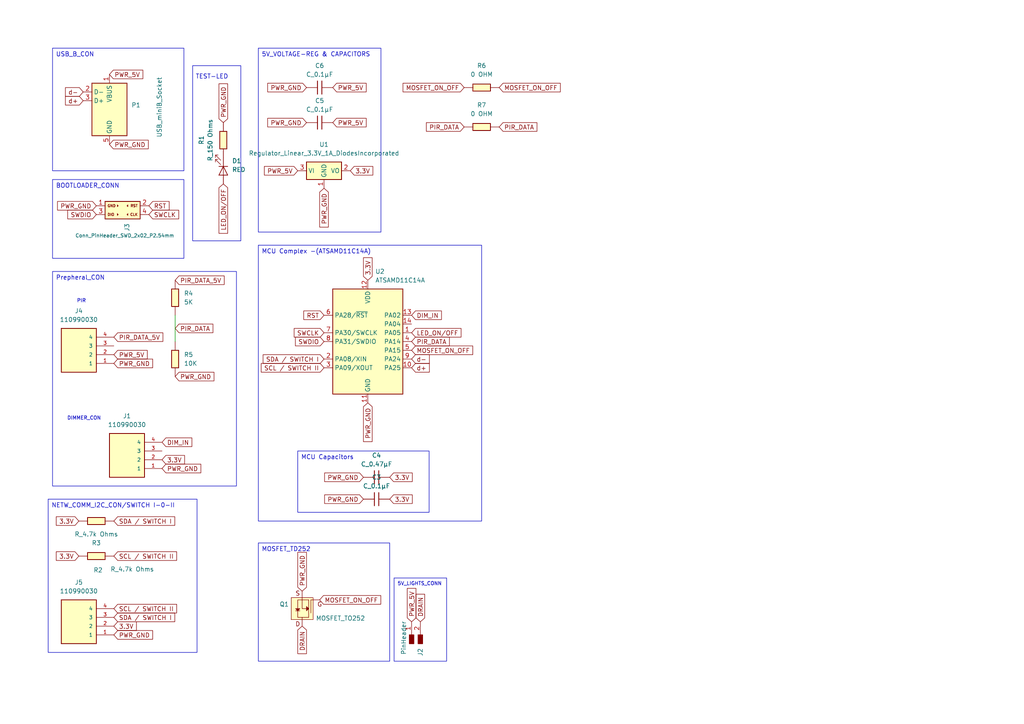
<source format=kicad_sch>
(kicad_sch
	(version 20250114)
	(generator "eeschema")
	(generator_version "9.0")
	(uuid "994cb1ef-ef28-448c-b8b2-7783509fb1b5")
	(paper "A4")
	(lib_symbols
		(symbol "fab:C_1206"
			(pin_numbers
				(hide yes)
			)
			(exclude_from_sim no)
			(in_bom yes)
			(on_board yes)
			(property "Reference" "C"
				(at 0.635 2.54 0)
				(effects
					(font
						(size 1.27 1.27)
					)
					(justify left)
				)
			)
			(property "Value" "C_1206"
				(at 0.635 -2.54 0)
				(effects
					(font
						(size 1.27 1.27)
					)
					(justify left)
				)
			)
			(property "Footprint" "fab:C_1206"
				(at 0 0 0)
				(effects
					(font
						(size 1.27 1.27)
					)
					(hide yes)
				)
			)
			(property "Datasheet" "https://www.yageo.com/upload/media/product/productsearch/datasheet/mlcc/UPY-GP_NP0_16V-to-50V_18.pdf"
				(at 0 0 0)
				(effects
					(font
						(size 1.27 1.27)
					)
					(hide yes)
				)
			)
			(property "Description" "Unpolarized capacitor, SMD, 1206"
				(at 0 0 0)
				(effects
					(font
						(size 1.27 1.27)
					)
					(hide yes)
				)
			)
			(property "ki_keywords" "cap capacitor unpolarized 1206 C GRT31CC8YA106ME01L C3216X7R1H105K160AB C3216X7R2A104K160AA CC1206CRNPO9BN1R0 CC1206JRNPO9BN100 CC1206JRNPO9BN101 CC1206KKX7RCBB102 CC1206KRX7R9BB103"
				(at 0 0 0)
				(effects
					(font
						(size 1.27 1.27)
					)
					(hide yes)
				)
			)
			(property "ki_fp_filters" "*C*"
				(at 0 0 0)
				(effects
					(font
						(size 1.27 1.27)
					)
					(hide yes)
				)
			)
			(symbol "C_1206_1_1"
				(polyline
					(pts
						(xy -1.905 0.635) (xy 1.905 0.635)
					)
					(stroke
						(width 0.25)
						(type default)
					)
					(fill
						(type none)
					)
				)
				(polyline
					(pts
						(xy -1.905 -0.635) (xy 1.905 -0.635)
					)
					(stroke
						(width 0.25)
						(type default)
					)
					(fill
						(type none)
					)
				)
				(pin passive line
					(at 0 3.81 270)
					(length 3.175)
					(name "~"
						(effects
							(font
								(size 1.27 1.27)
							)
						)
					)
					(number "1"
						(effects
							(font
								(size 1.27 1.27)
							)
						)
					)
				)
				(pin passive line
					(at 0 -3.81 90)
					(length 3.175)
					(name "~"
						(effects
							(font
								(size 1.27 1.27)
							)
						)
					)
					(number "2"
						(effects
							(font
								(size 1.27 1.27)
							)
						)
					)
				)
			)
			(embedded_fonts no)
		)
		(symbol "fab:Conn_PinHeader_SWD_2x02_P2.54mm_Vertical_SMD"
			(exclude_from_sim no)
			(in_bom yes)
			(on_board yes)
			(property "Reference" "J"
				(at 0 3.81 0)
				(effects
					(font
						(size 1.27 1.27)
					)
				)
			)
			(property "Value" "Conn_PinHeader_SWD_2x02_P2.54mm_Vertical_SMD"
				(at 0 -3.81 0)
				(effects
					(font
						(size 1.27 1.27)
					)
				)
			)
			(property "Footprint" "fab:PinHeader_02x02_P2.54mm_Vertical_SMD"
				(at 0 0 0)
				(effects
					(font
						(size 1.27 1.27)
					)
					(hide yes)
				)
			)
			(property "Datasheet" "https://cdn.amphenol-icc.com/media/wysiwyg/files/drawing/95278.pdf"
				(at 0 0 0)
				(effects
					(font
						(size 1.27 1.27)
					)
					(hide yes)
				)
			)
			(property "Description" "Connector Header Surface Mount 4 position 0.100\" (2.54mm) for programming D11C chips"
				(at 0 0 0)
				(effects
					(font
						(size 1.27 1.27)
					)
					(hide yes)
				)
			)
			(property "ki_keywords" "connector swd programming jtag"
				(at 0 0 0)
				(effects
					(font
						(size 1.27 1.27)
					)
					(hide yes)
				)
			)
			(property "ki_fp_filters" "*PinHeader*2x02*"
				(at 0 0 0)
				(effects
					(font
						(size 1.27 1.27)
					)
					(hide yes)
				)
			)
			(symbol "Conn_PinHeader_SWD_2x02_P2.54mm_Vertical_SMD_0_0"
				(text "GND"
					(at -4.445 1.27 0)
					(effects
						(font
							(size 0.75 0.75)
						)
						(justify left)
					)
				)
				(text "DIO"
					(at -4.445 -1.27 0)
					(effects
						(font
							(size 0.75 0.75)
						)
						(justify left)
					)
				)
				(text "RST"
					(at 4.445 1.27 0)
					(effects
						(font
							(size 0.75 0.75)
						)
						(justify right)
					)
				)
				(text "CLK"
					(at 4.445 -1.27 0)
					(effects
						(font
							(size 0.75 0.75)
						)
						(justify right)
					)
				)
			)
			(symbol "Conn_PinHeader_SWD_2x02_P2.54mm_Vertical_SMD_0_1"
				(polyline
					(pts
						(xy -1.524 1.524) (xy -1.27 1.27) (xy -1.524 1.016) (xy -1.524 1.524)
					)
					(stroke
						(width 0)
						(type default)
					)
					(fill
						(type outline)
					)
				)
				(polyline
					(pts
						(xy -1.524 -1.016) (xy -1.27 -1.27) (xy -1.524 -1.524) (xy -1.524 -1.016)
					)
					(stroke
						(width 0)
						(type default)
					)
					(fill
						(type outline)
					)
				)
				(polyline
					(pts
						(xy 1.524 1.524) (xy 1.27 1.27) (xy 1.524 1.016) (xy 1.524 1.524)
					)
					(stroke
						(width 0)
						(type default)
					)
					(fill
						(type outline)
					)
				)
				(polyline
					(pts
						(xy 1.524 -1.016) (xy 1.27 -1.27) (xy 1.524 -1.524) (xy 1.524 -1.016)
					)
					(stroke
						(width 0)
						(type default)
					)
					(fill
						(type outline)
					)
				)
			)
			(symbol "Conn_PinHeader_SWD_2x02_P2.54mm_Vertical_SMD_1_1"
				(rectangle
					(start -5.08 2.54)
					(end 5.08 -2.54)
					(stroke
						(width 0.254)
						(type default)
					)
					(fill
						(type background)
					)
				)
				(pin passive line
					(at -7.62 1.27 0)
					(length 2.54)
					(name ""
						(effects
							(font
								(size 1.27 1.27)
							)
						)
					)
					(number "1"
						(effects
							(font
								(size 1.27 1.27)
							)
						)
					)
				)
				(pin passive line
					(at -7.62 -1.27 0)
					(length 2.54)
					(name ""
						(effects
							(font
								(size 1.27 1.27)
							)
						)
					)
					(number "3"
						(effects
							(font
								(size 1.27 1.27)
							)
						)
					)
				)
				(pin passive line
					(at 7.62 1.27 180)
					(length 2.54)
					(name ""
						(effects
							(font
								(size 1.27 1.27)
							)
						)
					)
					(number "2"
						(effects
							(font
								(size 1.27 1.27)
							)
						)
					)
				)
				(pin passive line
					(at 7.62 -1.27 180)
					(length 2.54)
					(name ""
						(effects
							(font
								(size 1.27 1.27)
							)
						)
					)
					(number "4"
						(effects
							(font
								(size 1.27 1.27)
							)
						)
					)
				)
			)
			(embedded_fonts no)
		)
		(symbol "fab:Conn_USB_miniB_Socket_CUIDevices_UJ2-MBH-1-SMT-TR"
			(exclude_from_sim no)
			(in_bom yes)
			(on_board yes)
			(property "Reference" "P"
				(at -5.08 8.89 0)
				(effects
					(font
						(size 1.27 1.27)
					)
					(justify left)
				)
			)
			(property "Value" "Conn_USB_miniB_Socket_CUIDevices_UJ2-MBH-1-SMT-TR"
				(at 1.27 8.89 0)
				(effects
					(font
						(size 1.27 1.27)
					)
					(justify left)
				)
			)
			(property "Footprint" "fab:Conn_USB_miniB_Socket_CUIDevices_UJ2-MBH-1-SMT-TR"
				(at 0 0 0)
				(effects
					(font
						(size 1.27 1.27)
					)
					(hide yes)
				)
			)
			(property "Datasheet" "https://www.cuidevices.com/product/resource/uj2-mbh-smt.pdf"
				(at 0 0 0)
				(effects
					(font
						(size 1.27 1.27)
					)
					(hide yes)
				)
			)
			(property "Description" "CONN RCPT USB2.0 MINI B SMD R/A"
				(at 0 0 0)
				(effects
					(font
						(size 1.27 1.27)
					)
					(hide yes)
				)
			)
			(property "ki_keywords" "USB miniB socket SMD UJ2-MBH-1-SMT-TR"
				(at 0 0 0)
				(effects
					(font
						(size 1.27 1.27)
					)
					(hide yes)
				)
			)
			(property "ki_fp_filters" "*CUIDevices?UJ2?MBH?1?SMT?TR*"
				(at 0 0 0)
				(effects
					(font
						(size 1.27 1.27)
					)
					(hide yes)
				)
			)
			(symbol "Conn_USB_miniB_Socket_CUIDevices_UJ2-MBH-1-SMT-TR_0_1"
				(rectangle
					(start -5.08 7.62)
					(end 5.08 -7.62)
					(stroke
						(width 0.254)
						(type default)
					)
					(fill
						(type background)
					)
				)
			)
			(symbol "Conn_USB_miniB_Socket_CUIDevices_UJ2-MBH-1-SMT-TR_1_1"
				(pin bidirectional line
					(at -7.62 5.08 0)
					(length 2.54)
					(name "D-"
						(effects
							(font
								(size 1.27 1.27)
							)
						)
					)
					(number "2"
						(effects
							(font
								(size 1.27 1.27)
							)
						)
					)
				)
				(pin bidirectional line
					(at -7.62 2.54 0)
					(length 2.54)
					(name "D+"
						(effects
							(font
								(size 1.27 1.27)
							)
						)
					)
					(number "3"
						(effects
							(font
								(size 1.27 1.27)
							)
						)
					)
				)
				(pin no_connect line
					(at -7.62 -5.08 0)
					(length 2.54)
					(hide yes)
					(name "NC"
						(effects
							(font
								(size 1.27 1.27)
							)
						)
					)
					(number "4"
						(effects
							(font
								(size 1.27 1.27)
							)
						)
					)
				)
				(pin power_in line
					(at 0 10.16 270)
					(length 2.54)
					(name "VBUS"
						(effects
							(font
								(size 1.27 1.27)
							)
						)
					)
					(number "1"
						(effects
							(font
								(size 1.27 1.27)
							)
						)
					)
				)
				(pin power_in line
					(at 0 -10.16 90)
					(length 2.54)
					(name "GND"
						(effects
							(font
								(size 1.27 1.27)
							)
						)
					)
					(number "5"
						(effects
							(font
								(size 1.27 1.27)
							)
						)
					)
				)
			)
			(embedded_fonts no)
		)
		(symbol "fab:LED_1206"
			(pin_numbers
				(hide yes)
			)
			(pin_names
				(offset 1.016)
				(hide yes)
			)
			(exclude_from_sim no)
			(in_bom yes)
			(on_board yes)
			(property "Reference" "D"
				(at 0 2.54 0)
				(effects
					(font
						(size 1.27 1.27)
					)
				)
			)
			(property "Value" "LED_1206"
				(at 0 -2.54 0)
				(effects
					(font
						(size 1.27 1.27)
					)
				)
			)
			(property "Footprint" "fab:LED_1206"
				(at 0 0 0)
				(effects
					(font
						(size 1.27 1.27)
					)
					(hide yes)
				)
			)
			(property "Datasheet" "https://optoelectronics.liteon.com/upload/download/DS-22-98-0002/LTST-C150CKT.pdf"
				(at 0 0 0)
				(effects
					(font
						(size 1.27 1.27)
					)
					(hide yes)
				)
			)
			(property "Description" "Light emitting diode, Lite-On Inc. LTST, SMD"
				(at 0 0 0)
				(effects
					(font
						(size 1.27 1.27)
					)
					(hide yes)
				)
			)
			(property "ki_keywords" "LED diode 1206 SML-LX1206IC-TR SML-LX1206GC-TR 5988230107F 150120BS75000 QBLP650-IW HIR11-21C/L11/TR8"
				(at 0 0 0)
				(effects
					(font
						(size 1.27 1.27)
					)
					(hide yes)
				)
			)
			(property "ki_fp_filters" "*LED*1206*"
				(at 0 0 0)
				(effects
					(font
						(size 1.27 1.27)
					)
					(hide yes)
				)
			)
			(symbol "LED_1206_0_1"
				(polyline
					(pts
						(xy -3.048 -0.762) (xy -4.572 -2.286) (xy -3.81 -2.286) (xy -4.572 -2.286) (xy -4.572 -1.524)
					)
					(stroke
						(width 0)
						(type default)
					)
					(fill
						(type none)
					)
				)
				(polyline
					(pts
						(xy -1.778 -0.762) (xy -3.302 -2.286) (xy -2.54 -2.286) (xy -3.302 -2.286) (xy -3.302 -1.524)
					)
					(stroke
						(width 0)
						(type default)
					)
					(fill
						(type none)
					)
				)
				(polyline
					(pts
						(xy -1.27 0) (xy 1.27 0)
					)
					(stroke
						(width 0)
						(type default)
					)
					(fill
						(type none)
					)
				)
				(polyline
					(pts
						(xy -1.27 -1.27) (xy -1.27 1.27)
					)
					(stroke
						(width 0.2032)
						(type default)
					)
					(fill
						(type none)
					)
				)
				(polyline
					(pts
						(xy 1.27 -1.27) (xy 1.27 1.27) (xy -1.27 0) (xy 1.27 -1.27)
					)
					(stroke
						(width 0.2032)
						(type default)
					)
					(fill
						(type none)
					)
				)
			)
			(symbol "LED_1206_1_1"
				(pin passive line
					(at -3.81 0 0)
					(length 2.54)
					(name "K"
						(effects
							(font
								(size 1.27 1.27)
							)
						)
					)
					(number "1"
						(effects
							(font
								(size 1.27 1.27)
							)
						)
					)
				)
				(pin passive line
					(at 3.81 0 180)
					(length 2.54)
					(name "A"
						(effects
							(font
								(size 1.27 1.27)
							)
						)
					)
					(number "2"
						(effects
							(font
								(size 1.27 1.27)
							)
						)
					)
				)
			)
			(embedded_fonts no)
		)
		(symbol "fab:Microcontroller_ATSAMD11C14A-SSUT"
			(exclude_from_sim no)
			(in_bom yes)
			(on_board yes)
			(property "Reference" "U"
				(at -10.16 16.51 0)
				(effects
					(font
						(size 1.27 1.27)
					)
					(justify left)
				)
			)
			(property "Value" "Microcontroller_ATSAMD11C14A-SSUT"
				(at 1.27 16.51 0)
				(effects
					(font
						(size 1.27 1.27)
					)
					(justify left)
				)
			)
			(property "Footprint" "fab:SOIC-14_3.9x8.7mm_P1.27mm"
				(at 0 -26.67 0)
				(effects
					(font
						(size 1.27 1.27)
					)
					(hide yes)
				)
			)
			(property "Datasheet" "https://ww1.microchip.com/downloads/en/DeviceDoc/Atmel-42363-SAM-D11_Datasheet.pdf"
				(at 0 -17.78 0)
				(effects
					(font
						(size 1.27 1.27)
					)
					(hide yes)
				)
			)
			(property "Description" "IC MCU 32BIT 16KB FLASH 14SOIC"
				(at 0 0 0)
				(effects
					(font
						(size 1.27 1.27)
					)
					(hide yes)
				)
			)
			(property "ki_keywords" "arm sam d11c 32-bit 48mhz 16kb soic-14 ATSAMD11C14A-SSUTD"
				(at 0 0 0)
				(effects
					(font
						(size 1.27 1.27)
					)
					(hide yes)
				)
			)
			(property "ki_fp_filters" "SOIC*3.9x8.7mm*P1.27mm*"
				(at 0 0 0)
				(effects
					(font
						(size 1.27 1.27)
					)
					(hide yes)
				)
			)
			(symbol "Microcontroller_ATSAMD11C14A-SSUT_0_1"
				(rectangle
					(start -10.16 15.24)
					(end 10.16 -15.24)
					(stroke
						(width 0.254)
						(type default)
					)
					(fill
						(type background)
					)
				)
			)
			(symbol "Microcontroller_ATSAMD11C14A-SSUT_1_1"
				(pin bidirectional line
					(at -12.7 7.62 0)
					(length 2.54)
					(name "PA28/~{RST}"
						(effects
							(font
								(size 1.27 1.27)
							)
						)
					)
					(number "6"
						(effects
							(font
								(size 1.27 1.27)
							)
						)
					)
				)
				(pin bidirectional line
					(at -12.7 2.54 0)
					(length 2.54)
					(name "PA30/SWCLK"
						(effects
							(font
								(size 1.27 1.27)
							)
						)
					)
					(number "7"
						(effects
							(font
								(size 1.27 1.27)
							)
						)
					)
				)
				(pin bidirectional line
					(at -12.7 0 0)
					(length 2.54)
					(name "PA31/SWDIO"
						(effects
							(font
								(size 1.27 1.27)
							)
						)
					)
					(number "8"
						(effects
							(font
								(size 1.27 1.27)
							)
						)
					)
				)
				(pin bidirectional line
					(at -12.7 -5.08 0)
					(length 2.54)
					(name "PA08/XIN"
						(effects
							(font
								(size 1.27 1.27)
							)
						)
					)
					(number "2"
						(effects
							(font
								(size 1.27 1.27)
							)
						)
					)
				)
				(pin bidirectional line
					(at -12.7 -7.62 0)
					(length 2.54)
					(name "PA09/XOUT"
						(effects
							(font
								(size 1.27 1.27)
							)
						)
					)
					(number "3"
						(effects
							(font
								(size 1.27 1.27)
							)
						)
					)
				)
				(pin power_in line
					(at 0 17.78 270)
					(length 2.54)
					(name "VDD"
						(effects
							(font
								(size 1.27 1.27)
							)
						)
					)
					(number "12"
						(effects
							(font
								(size 1.27 1.27)
							)
						)
					)
				)
				(pin power_in line
					(at 0 -17.78 90)
					(length 2.54)
					(name "GND"
						(effects
							(font
								(size 1.27 1.27)
							)
						)
					)
					(number "11"
						(effects
							(font
								(size 1.27 1.27)
							)
						)
					)
				)
				(pin bidirectional line
					(at 12.7 7.62 180)
					(length 2.54)
					(name "PA02"
						(effects
							(font
								(size 1.27 1.27)
							)
						)
					)
					(number "13"
						(effects
							(font
								(size 1.27 1.27)
							)
						)
					)
				)
				(pin bidirectional line
					(at 12.7 5.08 180)
					(length 2.54)
					(name "PA04"
						(effects
							(font
								(size 1.27 1.27)
							)
						)
					)
					(number "14"
						(effects
							(font
								(size 1.27 1.27)
							)
						)
					)
				)
				(pin bidirectional line
					(at 12.7 2.54 180)
					(length 2.54)
					(name "PA05"
						(effects
							(font
								(size 1.27 1.27)
							)
						)
					)
					(number "1"
						(effects
							(font
								(size 1.27 1.27)
							)
						)
					)
				)
				(pin bidirectional line
					(at 12.7 0 180)
					(length 2.54)
					(name "PA14"
						(effects
							(font
								(size 1.27 1.27)
							)
						)
					)
					(number "4"
						(effects
							(font
								(size 1.27 1.27)
							)
						)
					)
				)
				(pin bidirectional line
					(at 12.7 -2.54 180)
					(length 2.54)
					(name "PA15"
						(effects
							(font
								(size 1.27 1.27)
							)
						)
					)
					(number "5"
						(effects
							(font
								(size 1.27 1.27)
							)
						)
					)
				)
				(pin bidirectional line
					(at 12.7 -5.08 180)
					(length 2.54)
					(name "PA24"
						(effects
							(font
								(size 1.27 1.27)
							)
						)
					)
					(number "9"
						(effects
							(font
								(size 1.27 1.27)
							)
						)
					)
				)
				(pin bidirectional line
					(at 12.7 -7.62 180)
					(length 2.54)
					(name "PA25"
						(effects
							(font
								(size 1.27 1.27)
							)
						)
					)
					(number "10"
						(effects
							(font
								(size 1.27 1.27)
							)
						)
					)
				)
			)
			(embedded_fonts no)
		)
		(symbol "fab:PinHeader_01x02_P2.54mm_Horizontal_SMD"
			(pin_names
				(hide yes)
			)
			(exclude_from_sim no)
			(in_bom yes)
			(on_board yes)
			(property "Reference" "J"
				(at 0 2.54 0)
				(effects
					(font
						(size 1.27 1.27)
					)
				)
			)
			(property "Value" "PinHeader_01x02_P2.54mm_Horizontal_SMD"
				(at 0 -5.08 0)
				(effects
					(font
						(size 1.27 1.27)
					)
				)
			)
			(property "Footprint" "fab:PinHeader_01x02_P2.54mm_Horizontal_SMD"
				(at 0 0 0)
				(effects
					(font
						(size 1.27 1.27)
					)
					(hide yes)
				)
			)
			(property "Datasheet" "~"
				(at 0 0 0)
				(effects
					(font
						(size 1.27 1.27)
					)
					(hide yes)
				)
			)
			(property "Description" "Male connector, single row"
				(at 0 0 0)
				(effects
					(font
						(size 1.27 1.27)
					)
					(hide yes)
				)
			)
			(property "ki_keywords" "single row male connector"
				(at 0 0 0)
				(effects
					(font
						(size 1.27 1.27)
					)
					(hide yes)
				)
			)
			(property "ki_fp_filters" "*PinHeader*1x02*"
				(at 0 0 0)
				(effects
					(font
						(size 1.27 1.27)
					)
					(hide yes)
				)
			)
			(symbol "PinHeader_01x02_P2.54mm_Horizontal_SMD_1_1"
				(rectangle
					(start -1.27 0.635)
					(end 1.27 -0.635)
					(stroke
						(width 0.254)
						(type default)
					)
					(fill
						(type outline)
					)
				)
				(rectangle
					(start -1.27 -1.905)
					(end 1.27 -3.175)
					(stroke
						(width 0.254)
						(type default)
					)
					(fill
						(type outline)
					)
				)
				(pin passive line
					(at 5.08 0 180)
					(length 3.81)
					(name "Pin_1"
						(effects
							(font
								(size 1.27 1.27)
							)
						)
					)
					(number "1"
						(effects
							(font
								(size 1.27 1.27)
							)
						)
					)
				)
				(pin passive line
					(at 5.08 -2.54 180)
					(length 3.81)
					(name "Pin_2"
						(effects
							(font
								(size 1.27 1.27)
							)
						)
					)
					(number "2"
						(effects
							(font
								(size 1.27 1.27)
							)
						)
					)
				)
			)
			(embedded_fonts no)
		)
		(symbol "fab:R_1206"
			(pin_numbers
				(hide yes)
			)
			(pin_names
				(offset 0)
			)
			(exclude_from_sim no)
			(in_bom yes)
			(on_board yes)
			(property "Reference" "R"
				(at 2.54 0 90)
				(effects
					(font
						(size 1.27 1.27)
					)
				)
			)
			(property "Value" "R_1206"
				(at -2.54 0 90)
				(effects
					(font
						(size 1.27 1.27)
					)
				)
			)
			(property "Footprint" "fab:R_1206"
				(at 0 0 90)
				(effects
					(font
						(size 1.27 1.27)
					)
					(hide yes)
				)
			)
			(property "Datasheet" "~"
				(at 0 0 0)
				(effects
					(font
						(size 1.27 1.27)
					)
					(hide yes)
				)
			)
			(property "Description" "Resistor"
				(at 0 0 0)
				(effects
					(font
						(size 1.27 1.27)
					)
					(hide yes)
				)
			)
			(property "ki_keywords" "R res resistor RC1206FR-074M99L RC1206FR-07499KL RC1206FR-0749K9L RC1206FR-0749R9L RC1206FR-074R99L ERJ-8BWJR100V RC1206FR-070RL RC1206FR-071RL RC1206FR-0710RL RC1206FR-07100RL RC1206FR-07499RL RC1206FR-071KL RC1206FR-074K99L RC1206FR-0710KL RC1206FR-07100KL RC1206FR-071ML RC1206FR-0710ML PT1206FR-070R1L"
				(at 0 0 0)
				(effects
					(font
						(size 1.27 1.27)
					)
					(hide yes)
				)
			)
			(property "ki_fp_filters" "*R*1206*"
				(at 0 0 0)
				(effects
					(font
						(size 1.27 1.27)
					)
					(hide yes)
				)
			)
			(symbol "R_1206_0_1"
				(rectangle
					(start -1.016 -2.54)
					(end 1.016 2.54)
					(stroke
						(width 0.254)
						(type default)
					)
					(fill
						(type background)
					)
				)
			)
			(symbol "R_1206_1_1"
				(pin passive line
					(at 0 5.08 270)
					(length 2.54)
					(name "~"
						(effects
							(font
								(size 1.27 1.27)
							)
						)
					)
					(number "1"
						(effects
							(font
								(size 1.27 1.27)
							)
						)
					)
				)
				(pin passive line
					(at 0 -5.08 90)
					(length 2.54)
					(name "~"
						(effects
							(font
								(size 1.27 1.27)
							)
						)
					)
					(number "2"
						(effects
							(font
								(size 1.27 1.27)
							)
						)
					)
				)
			)
			(embedded_fonts no)
		)
		(symbol "fab:Regulator_Linear_3.3V_1A_DiodesIncorporated"
			(exclude_from_sim no)
			(in_bom yes)
			(on_board yes)
			(property "Reference" "U"
				(at -5.08 6.35 0)
				(effects
					(font
						(size 1.27 1.27)
					)
					(justify left)
				)
			)
			(property "Value" "Regulator_Linear_3.3V_1A_DiodesIncorporated"
				(at -5.08 3.81 0)
				(effects
					(font
						(size 1.27 1.27)
					)
					(justify left)
				)
			)
			(property "Footprint" "fab:SOT-223-3_TabPin2"
				(at 0 0 0)
				(effects
					(font
						(size 1.27 1.27)
					)
					(hide yes)
				)
			)
			(property "Datasheet" "https://www.diodes.com/assets/Datasheets/AZ1117I.pdf"
				(at 0 0 0)
				(effects
					(font
						(size 1.27 1.27)
					)
					(hide yes)
				)
			)
			(property "Description" "3.3V 1A Linear regulator from Diodes Incorporated in SOT-223-3 package"
				(at 0 0 0)
				(effects
					(font
						(size 1.27 1.27)
					)
					(hide yes)
				)
			)
			(property "ki_keywords" "linear regulator ldo fixed positive AZ1117IH-3.3TRG1"
				(at 0 0 0)
				(effects
					(font
						(size 1.27 1.27)
					)
					(hide yes)
				)
			)
			(property "ki_fp_filters" "SOT?223*TabPin2*"
				(at 0 0 0)
				(effects
					(font
						(size 1.27 1.27)
					)
					(hide yes)
				)
			)
			(symbol "Regulator_Linear_3.3V_1A_DiodesIncorporated_0_1"
				(rectangle
					(start -5.08 2.54)
					(end 5.08 -2.54)
					(stroke
						(width 0.254)
						(type default)
					)
					(fill
						(type background)
					)
				)
			)
			(symbol "Regulator_Linear_3.3V_1A_DiodesIncorporated_1_1"
				(pin power_in line
					(at -7.62 0 0)
					(length 2.54)
					(name "VI"
						(effects
							(font
								(size 1.27 1.27)
							)
						)
					)
					(number "3"
						(effects
							(font
								(size 1.27 1.27)
							)
						)
					)
				)
				(pin power_in line
					(at 0 -5.08 90)
					(length 2.54)
					(name "GND"
						(effects
							(font
								(size 1.27 1.27)
							)
						)
					)
					(number "1"
						(effects
							(font
								(size 1.27 1.27)
							)
						)
					)
				)
				(pin power_out line
					(at 7.62 0 180)
					(length 2.54)
					(name "VO"
						(effects
							(font
								(size 1.27 1.27)
							)
						)
					)
					(number "2"
						(effects
							(font
								(size 1.27 1.27)
							)
						)
					)
				)
			)
			(embedded_fonts no)
		)
		(symbol "fab:Transistor_MOSFET_NCh_TO252"
			(pin_numbers
				(hide yes)
			)
			(pin_names
				(hide yes)
			)
			(exclude_from_sim no)
			(in_bom yes)
			(on_board yes)
			(property "Reference" "Q"
				(at 3.81 1.27 0)
				(effects
					(font
						(size 1.27 1.27)
					)
					(justify left)
				)
			)
			(property "Value" "Transistor_MOSFET_NCh_TO252"
				(at 3.81 -1.27 0)
				(effects
					(font
						(size 1.27 1.27)
					)
					(justify left)
				)
			)
			(property "Footprint" "fab:TO-252"
				(at 0 0 0)
				(effects
					(font
						(size 1.27 1.27)
					)
					(hide yes)
				)
			)
			(property "Datasheet" "https://www.onsemi.com/pub/Collateral/RFD16N05LSM-D.PDF"
				(at 0 0 0)
				(effects
					(font
						(size 1.27 1.27)
					)
					(hide yes)
				)
			)
			(property "Description" "N-Channel mosfet RFD16N05LSM9A in TO-252 package"
				(at 0 0 0)
				(effects
					(font
						(size 1.27 1.27)
					)
					(hide yes)
				)
			)
			(property "ki_keywords" "field effect transistor SUD50N03-06AP-E3"
				(at 0 0 0)
				(effects
					(font
						(size 1.27 1.27)
					)
					(hide yes)
				)
			)
			(property "ki_fp_filters" "*TO?252*"
				(at 0 0 0)
				(effects
					(font
						(size 1.27 1.27)
					)
					(hide yes)
				)
			)
			(symbol "Transistor_MOSFET_NCh_TO252_0_1"
				(polyline
					(pts
						(xy 0 2.54) (xy 1.27 2.54) (xy 1.27 -2.54) (xy 0 -2.54)
					)
					(stroke
						(width 0)
						(type default)
					)
					(fill
						(type none)
					)
				)
			)
			(symbol "Transistor_MOSFET_NCh_TO252_1_0"
				(text "G"
					(at -5.08 -1.27 0)
					(effects
						(font
							(size 1.27 1.27)
						)
					)
				)
				(text "D"
					(at 1.27 4.445 0)
					(effects
						(font
							(size 1.27 1.27)
						)
					)
				)
				(text "S"
					(at 1.27 -4.445 0)
					(effects
						(font
							(size 1.27 1.27)
						)
					)
				)
			)
			(symbol "Transistor_MOSFET_NCh_TO252_1_1"
				(rectangle
					(start -3.175 3.175)
					(end 3.175 -3.175)
					(stroke
						(width 0)
						(type default)
					)
					(fill
						(type background)
					)
				)
				(polyline
					(pts
						(xy -2.54 -2.54) (xy -2.54 1.27)
					)
					(stroke
						(width 0.15)
						(type default)
					)
					(fill
						(type none)
					)
				)
				(polyline
					(pts
						(xy -1.905 2.54) (xy -1.905 -2.54)
					)
					(stroke
						(width 0.15)
						(type default)
					)
					(fill
						(type none)
					)
				)
				(polyline
					(pts
						(xy -1.905 0) (xy -1.27 0.635) (xy -1.27 -0.635) (xy -1.905 0)
					)
					(stroke
						(width 0)
						(type default)
					)
					(fill
						(type outline)
					)
				)
				(polyline
					(pts
						(xy -1.905 -2.54) (xy 0 -2.54)
					)
					(stroke
						(width 0.15)
						(type default)
					)
					(fill
						(type none)
					)
				)
				(polyline
					(pts
						(xy 0 2.54) (xy -1.905 2.54)
					)
					(stroke
						(width 0.15)
						(type default)
					)
					(fill
						(type none)
					)
				)
				(polyline
					(pts
						(xy 0 -2.54) (xy 0 0) (xy -1.905 0)
					)
					(stroke
						(width 0.15)
						(type default)
					)
					(fill
						(type none)
					)
				)
				(polyline
					(pts
						(xy 0.635 0.635) (xy 1.905 0.635)
					)
					(stroke
						(width 0.15)
						(type default)
					)
					(fill
						(type none)
					)
				)
				(polyline
					(pts
						(xy 1.27 0.635) (xy 1.905 0) (xy 0.635 0) (xy 1.27 0.635)
					)
					(stroke
						(width 0)
						(type default)
					)
					(fill
						(type outline)
					)
				)
				(pin passive line
					(at -5.08 -2.54 0)
					(length 2.54)
					(name "G"
						(effects
							(font
								(size 1.27 1.27)
							)
						)
					)
					(number "1"
						(effects
							(font
								(size 1.27 1.27)
							)
						)
					)
				)
				(pin passive line
					(at 0 5.08 270)
					(length 2.54)
					(name "D"
						(effects
							(font
								(size 1.27 1.27)
							)
						)
					)
					(number "2"
						(effects
							(font
								(size 1.27 1.27)
							)
						)
					)
				)
				(pin passive line
					(at 0 -5.08 90)
					(length 2.54)
					(name "S"
						(effects
							(font
								(size 1.27 1.27)
							)
						)
					)
					(number "3"
						(effects
							(font
								(size 1.27 1.27)
							)
						)
					)
				)
			)
			(embedded_fonts no)
		)
		(symbol "snapmagic:110990030"
			(pin_names
				(offset 1.016)
			)
			(exclude_from_sim no)
			(in_bom yes)
			(on_board yes)
			(property "Reference" "J"
				(at -5.08 5.842 0)
				(effects
					(font
						(size 1.27 1.27)
					)
					(justify left bottom)
				)
			)
			(property "Value" "110990030"
				(at -5.08 -8.382 0)
				(effects
					(font
						(size 1.27 1.27)
					)
					(justify left top)
				)
			)
			(property "Footprint" "110990030:SEEED_110990030"
				(at 0 0 0)
				(effects
					(font
						(size 1.27 1.27)
					)
					(justify bottom)
					(hide yes)
				)
			)
			(property "Datasheet" ""
				(at 0 0 0)
				(effects
					(font
						(size 1.27 1.27)
					)
					(hide yes)
				)
			)
			(property "Description" ""
				(at 0 0 0)
				(effects
					(font
						(size 1.27 1.27)
					)
					(hide yes)
				)
			)
			(property "MF" "Seeed Technology"
				(at 0 0 0)
				(effects
					(font
						(size 1.27 1.27)
					)
					(justify bottom)
					(hide yes)
				)
			)
			(property "MAXIMUM_PACKAGE_HEIGHT" "8.1mm"
				(at 0 0 0)
				(effects
					(font
						(size 1.27 1.27)
					)
					(justify bottom)
					(hide yes)
				)
			)
			(property "Package" "None"
				(at 0 0 0)
				(effects
					(font
						(size 1.27 1.27)
					)
					(justify bottom)
					(hide yes)
				)
			)
			(property "Price" "None"
				(at 0 0 0)
				(effects
					(font
						(size 1.27 1.27)
					)
					(justify bottom)
					(hide yes)
				)
			)
			(property "Check_prices" "https://www.snapeda.com/parts/110990030/Seeed+Studio/view-part/?ref=eda"
				(at 0 0 0)
				(effects
					(font
						(size 1.27 1.27)
					)
					(justify bottom)
					(hide yes)
				)
			)
			(property "STANDARD" "Manufacturer Recommendations"
				(at 0 0 0)
				(effects
					(font
						(size 1.27 1.27)
					)
					(justify bottom)
					(hide yes)
				)
			)
			(property "PARTREV" "A"
				(at 0 0 0)
				(effects
					(font
						(size 1.27 1.27)
					)
					(justify bottom)
					(hide yes)
				)
			)
			(property "SnapEDA_Link" "https://www.snapeda.com/parts/110990030/Seeed+Studio/view-part/?ref=snap"
				(at 0 0 0)
				(effects
					(font
						(size 1.27 1.27)
					)
					(justify bottom)
					(hide yes)
				)
			)
			(property "MP" "110990030"
				(at 0 0 0)
				(effects
					(font
						(size 1.27 1.27)
					)
					(justify bottom)
					(hide yes)
				)
			)
			(property "Description_1" "GROVE 2MM 4PIN VERT CONN 10PCS"
				(at 0 0 0)
				(effects
					(font
						(size 1.27 1.27)
					)
					(justify bottom)
					(hide yes)
				)
			)
			(property "Availability" "In Stock"
				(at 0 0 0)
				(effects
					(font
						(size 1.27 1.27)
					)
					(justify bottom)
					(hide yes)
				)
			)
			(property "MANUFACTURER" "Seeed Technology"
				(at 0 0 0)
				(effects
					(font
						(size 1.27 1.27)
					)
					(justify bottom)
					(hide yes)
				)
			)
			(symbol "110990030_0_0"
				(rectangle
					(start -5.08 -7.62)
					(end 5.08 5.08)
					(stroke
						(width 0.254)
						(type default)
					)
					(fill
						(type background)
					)
				)
				(pin passive line
					(at -10.16 2.54 0)
					(length 5.08)
					(name "1"
						(effects
							(font
								(size 1.016 1.016)
							)
						)
					)
					(number "1"
						(effects
							(font
								(size 1.016 1.016)
							)
						)
					)
				)
				(pin passive line
					(at -10.16 0 0)
					(length 5.08)
					(name "2"
						(effects
							(font
								(size 1.016 1.016)
							)
						)
					)
					(number "2"
						(effects
							(font
								(size 1.016 1.016)
							)
						)
					)
				)
				(pin passive line
					(at -10.16 -2.54 0)
					(length 5.08)
					(name "3"
						(effects
							(font
								(size 1.016 1.016)
							)
						)
					)
					(number "3"
						(effects
							(font
								(size 1.016 1.016)
							)
						)
					)
				)
				(pin passive line
					(at -10.16 -5.08 0)
					(length 5.08)
					(name "4"
						(effects
							(font
								(size 1.016 1.016)
							)
						)
					)
					(number "4"
						(effects
							(font
								(size 1.016 1.016)
							)
						)
					)
				)
			)
			(embedded_fonts no)
		)
	)
	(text "PIR"
		(exclude_from_sim no)
		(at 23.622 87.376 0)
		(effects
			(font
				(size 1.016 1.016)
			)
		)
		(uuid "11712da3-9f76-4006-8c3d-5b60eb574d32")
	)
	(text "DIMMER_CON"
		(exclude_from_sim no)
		(at 24.384 121.412 0)
		(effects
			(font
				(size 1.016 1.016)
			)
		)
		(uuid "21b0c67c-47c1-4541-b50a-a94678d4cbe4")
	)
	(text "TEST-LED"
		(exclude_from_sim no)
		(at 61.468 22.352 0)
		(effects
			(font
				(size 1.27 1.27)
			)
		)
		(uuid "34b183d6-ce9e-420f-9423-e128977decef")
	)
	(text_box "USB_B_CON"
		(exclude_from_sim no)
		(at 15.24 13.97 0)
		(size 38.1 35.56)
		(margins 0.9525 0.9525 0.9525 0.9525)
		(stroke
			(width 0)
			(type solid)
		)
		(fill
			(type none)
		)
		(effects
			(font
				(size 1.27 1.27)
			)
			(justify left top)
		)
		(uuid "0ae04ea8-ac2e-40b1-b36d-a3b9d93affcd")
	)
	(text_box "BOOTLOADER_CONN\n\n"
		(exclude_from_sim no)
		(at 15.24 52.07 0)
		(size 38.1 22.86)
		(margins 0.9525 0.9525 0.9525 0.9525)
		(stroke
			(width 0)
			(type solid)
		)
		(fill
			(type none)
		)
		(effects
			(font
				(size 1.27 1.27)
			)
			(justify left top)
		)
		(uuid "16ca0a5c-18ac-442b-b257-170a8712d67a")
	)
	(text_box "MCU Capacitors"
		(exclude_from_sim no)
		(at 86.36 130.81 0)
		(size 38.1 17.78)
		(margins 0.9525 0.9525 0.9525 0.9525)
		(stroke
			(width 0)
			(type solid)
		)
		(fill
			(type none)
		)
		(effects
			(font
				(size 1.27 1.27)
			)
			(justify left top)
		)
		(uuid "34d3dcba-d5d7-4e44-8189-3e57b9549d12")
	)
	(text_box ""
		(exclude_from_sim no)
		(at 55.88 19.05 90)
		(size 13.97 50.8)
		(margins 0.9525 0.9525 0.9525 0.9525)
		(stroke
			(width 0)
			(type solid)
		)
		(fill
			(type none)
		)
		(effects
			(font
				(size 1.27 1.27)
			)
			(justify left top)
		)
		(uuid "3737bb08-5fc3-41b7-aaaa-4d0cbf6300a8")
	)
	(text_box "5V_LIGHTS_CONN\n"
		(exclude_from_sim no)
		(at 114.3 167.64 0)
		(size 15.24 24.13)
		(margins 0.9525 0.9525 0.9525 0.9525)
		(stroke
			(width 0)
			(type solid)
		)
		(fill
			(type none)
		)
		(effects
			(font
				(size 1.016 1.016)
			)
			(justify left top)
		)
		(uuid "39533a18-efce-42da-a9af-19c1baf26bca")
	)
	(text_box "MCU Complex -(ATSAMD11C14A)"
		(exclude_from_sim no)
		(at 74.93 71.12 0)
		(size 64.77 80.01)
		(margins 0.9525 0.9525 0.9525 0.9525)
		(stroke
			(width 0)
			(type solid)
		)
		(fill
			(type none)
		)
		(effects
			(font
				(size 1.27 1.27)
			)
			(justify left top)
		)
		(uuid "478e718c-0a06-4f0c-a613-8c8886fb691a")
	)
	(text_box "5V_VOLTAGE-REG & CAPACITORS"
		(exclude_from_sim no)
		(at 74.93 13.97 0)
		(size 35.56 53.34)
		(margins 0.9525 0.9525 0.9525 0.9525)
		(stroke
			(width 0)
			(type solid)
		)
		(fill
			(type none)
		)
		(effects
			(font
				(size 1.27 1.27)
			)
			(justify left top)
		)
		(uuid "76696854-d7ef-447c-9115-8a462ada1d5f")
	)
	(text_box "NETW_COMM_I2C_CON/SWITCH I-0-II "
		(exclude_from_sim no)
		(at 13.97 144.78 0)
		(size 43.18 44.45)
		(margins 0.9525 0.9525 0.9525 0.9525)
		(stroke
			(width 0)
			(type solid)
		)
		(fill
			(type none)
		)
		(effects
			(font
				(size 1.27 1.27)
			)
			(justify left top)
		)
		(uuid "b64f94a2-4577-4601-99c6-2c0c4b2b016a")
	)
	(text_box "Prepheral_CON\n"
		(exclude_from_sim no)
		(at 15.24 78.74 0)
		(size 53.34 62.23)
		(margins 0.9525 0.9525 0.9525 0.9525)
		(stroke
			(width 0)
			(type solid)
		)
		(fill
			(type none)
		)
		(effects
			(font
				(size 1.27 1.27)
			)
			(justify left top)
		)
		(uuid "dd7d4e8e-3075-4ff0-aa7e-397da38026ae")
	)
	(text_box "MOSFET_TD252\n"
		(exclude_from_sim no)
		(at 74.93 157.48 0)
		(size 38.1 34.29)
		(margins 0.9525 0.9525 0.9525 0.9525)
		(stroke
			(width 0)
			(type solid)
		)
		(fill
			(type none)
		)
		(effects
			(font
				(size 1.27 1.27)
			)
			(justify left top)
		)
		(uuid "ed0df944-1303-4f1e-83cb-9875572db8e2")
	)
	(wire
		(pts
			(xy 50.8 91.44) (xy 50.8 99.06)
		)
		(stroke
			(width 0)
			(type default)
		)
		(uuid "51d00000-c229-4d82-9dc6-6f3fc4c6fad7")
	)
	(global_label "PWR_GND"
		(shape input)
		(at 88.9 25.4 180)
		(fields_autoplaced yes)
		(effects
			(font
				(size 1.27 1.27)
			)
			(justify right)
		)
		(uuid "0597b2da-c1cb-4921-9c68-887de7e0d226")
		(property "Intersheetrefs" "${INTERSHEET_REFS}"
			(at 77.0853 25.4 0)
			(effects
				(font
					(size 1.27 1.27)
				)
				(justify right)
				(hide yes)
			)
		)
	)
	(global_label "3.3V"
		(shape input)
		(at 33.02 181.61 0)
		(fields_autoplaced yes)
		(effects
			(font
				(size 1.27 1.27)
			)
			(justify left)
		)
		(uuid "05bfe3cf-fe14-435f-93c9-a7252d20f6b6")
		(property "Intersheetrefs" "${INTERSHEET_REFS}"
			(at 40.1176 181.61 0)
			(effects
				(font
					(size 1.27 1.27)
				)
				(justify left)
				(hide yes)
			)
		)
	)
	(global_label "SCL {slash} SWITCH II"
		(shape input)
		(at 93.98 106.68 180)
		(fields_autoplaced yes)
		(effects
			(font
				(size 1.27 1.27)
			)
			(justify right)
		)
		(uuid "068b0e7a-e2ad-4541-a741-42e31d6ef998")
		(property "Intersheetrefs" "${INTERSHEET_REFS}"
			(at 75.2105 106.68 0)
			(effects
				(font
					(size 1.27 1.27)
				)
				(justify right)
				(hide yes)
			)
		)
	)
	(global_label "MOSFET_ON_OFF"
		(shape input)
		(at 144.78 25.4 0)
		(fields_autoplaced yes)
		(effects
			(font
				(size 1.27 1.27)
			)
			(justify left)
		)
		(uuid "08cd235b-0334-4dda-a55f-4818645e697f")
		(property "Intersheetrefs" "${INTERSHEET_REFS}"
			(at 163.0657 25.4 0)
			(effects
				(font
					(size 1.27 1.27)
				)
				(justify left)
				(hide yes)
			)
		)
	)
	(global_label "PWR_5V"
		(shape input)
		(at 86.36 49.53 180)
		(fields_autoplaced yes)
		(effects
			(font
				(size 1.27 1.27)
			)
			(justify right)
		)
		(uuid "08ffc6cf-1c76-49ad-abcc-8854ad80e510")
		(property "Intersheetrefs" "${INTERSHEET_REFS}"
			(at 76.1177 49.53 0)
			(effects
				(font
					(size 1.27 1.27)
				)
				(justify right)
				(hide yes)
			)
		)
	)
	(global_label "PWR_5V"
		(shape input)
		(at 96.52 25.4 0)
		(fields_autoplaced yes)
		(effects
			(font
				(size 1.27 1.27)
			)
			(justify left)
		)
		(uuid "0ed3ab27-233e-435d-9ce3-b5ffb8d41cb7")
		(property "Intersheetrefs" "${INTERSHEET_REFS}"
			(at 106.7623 25.4 0)
			(effects
				(font
					(size 1.27 1.27)
				)
				(justify left)
				(hide yes)
			)
		)
	)
	(global_label "PIR_DATA_5V"
		(shape input)
		(at 50.8 81.28 0)
		(fields_autoplaced yes)
		(effects
			(font
				(size 1.27 1.27)
			)
			(justify left)
		)
		(uuid "0eee3f9c-f529-41cd-b91e-c356558fe1a7")
		(property "Intersheetrefs" "${INTERSHEET_REFS}"
			(at 65.5781 81.28 0)
			(effects
				(font
					(size 1.27 1.27)
				)
				(justify left)
				(hide yes)
			)
		)
	)
	(global_label "d+"
		(shape input)
		(at 24.13 29.21 180)
		(fields_autoplaced yes)
		(effects
			(font
				(size 1.27 1.27)
			)
			(justify right)
		)
		(uuid "11120d0a-5c3a-48ae-918b-21f948561672")
		(property "Intersheetrefs" "${INTERSHEET_REFS}"
			(at 18.4234 29.21 0)
			(effects
				(font
					(size 1.27 1.27)
				)
				(justify right)
				(hide yes)
			)
		)
	)
	(global_label "3.3V"
		(shape input)
		(at 101.6 49.53 0)
		(fields_autoplaced yes)
		(effects
			(font
				(size 1.27 1.27)
			)
			(justify left)
		)
		(uuid "1602b5c5-42ed-4084-8974-c90ef4a9a15c")
		(property "Intersheetrefs" "${INTERSHEET_REFS}"
			(at 108.6976 49.53 0)
			(effects
				(font
					(size 1.27 1.27)
				)
				(justify left)
				(hide yes)
			)
		)
	)
	(global_label "PWR_GND"
		(shape input)
		(at 88.9 35.56 180)
		(fields_autoplaced yes)
		(effects
			(font
				(size 1.27 1.27)
			)
			(justify right)
		)
		(uuid "1b2e10de-b3db-4039-983f-f92f67080f05")
		(property "Intersheetrefs" "${INTERSHEET_REFS}"
			(at 77.0853 35.56 0)
			(effects
				(font
					(size 1.27 1.27)
				)
				(justify right)
				(hide yes)
			)
		)
	)
	(global_label "PWR_5V"
		(shape input)
		(at 96.52 35.56 0)
		(fields_autoplaced yes)
		(effects
			(font
				(size 1.27 1.27)
			)
			(justify left)
		)
		(uuid "1bcdf44d-9436-485d-8046-1f2f3de74695")
		(property "Intersheetrefs" "${INTERSHEET_REFS}"
			(at 106.7623 35.56 0)
			(effects
				(font
					(size 1.27 1.27)
				)
				(justify left)
				(hide yes)
			)
		)
	)
	(global_label "SDA {slash} SWITCH I"
		(shape input)
		(at 93.98 104.14 180)
		(fields_autoplaced yes)
		(effects
			(font
				(size 1.27 1.27)
			)
			(justify right)
		)
		(uuid "1c0a635c-d48e-484f-a2ce-2058eb740d4e")
		(property "Intersheetrefs" "${INTERSHEET_REFS}"
			(at 75.7548 104.14 0)
			(effects
				(font
					(size 1.27 1.27)
				)
				(justify right)
				(hide yes)
			)
		)
	)
	(global_label "SCL {slash} SWITCH II"
		(shape input)
		(at 33.02 161.29 0)
		(fields_autoplaced yes)
		(effects
			(font
				(size 1.27 1.27)
			)
			(justify left)
		)
		(uuid "1e2f5c47-4077-4790-87d7-1f9400d6f883")
		(property "Intersheetrefs" "${INTERSHEET_REFS}"
			(at 51.7895 161.29 0)
			(effects
				(font
					(size 1.27 1.27)
				)
				(justify left)
				(hide yes)
			)
		)
	)
	(global_label "PIR_DATA"
		(shape input)
		(at 144.78 36.83 0)
		(fields_autoplaced yes)
		(effects
			(font
				(size 1.27 1.27)
			)
			(justify left)
		)
		(uuid "24d668c5-505a-4ff7-90c0-f3e11b95b582")
		(property "Intersheetrefs" "${INTERSHEET_REFS}"
			(at 156.2924 36.83 0)
			(effects
				(font
					(size 1.27 1.27)
				)
				(justify left)
				(hide yes)
			)
		)
	)
	(global_label "PWR_GND"
		(shape input)
		(at 50.8 109.22 0)
		(fields_autoplaced yes)
		(effects
			(font
				(size 1.27 1.27)
			)
			(justify left)
		)
		(uuid "2b29ec12-8129-4f37-ac04-2f07b367ac7c")
		(property "Intersheetrefs" "${INTERSHEET_REFS}"
			(at 62.6147 109.22 0)
			(effects
				(font
					(size 1.27 1.27)
				)
				(justify left)
				(hide yes)
			)
		)
	)
	(global_label "PWR_GND"
		(shape input)
		(at 105.41 138.43 180)
		(fields_autoplaced yes)
		(effects
			(font
				(size 1.27 1.27)
			)
			(justify right)
		)
		(uuid "2c422a71-6b51-42c7-865d-25988dede980")
		(property "Intersheetrefs" "${INTERSHEET_REFS}"
			(at 93.5953 138.43 0)
			(effects
				(font
					(size 1.27 1.27)
				)
				(justify right)
				(hide yes)
			)
		)
	)
	(global_label "MOSFET_ON_OFF"
		(shape input)
		(at 92.71 173.99 0)
		(fields_autoplaced yes)
		(effects
			(font
				(size 1.27 1.27)
			)
			(justify left)
		)
		(uuid "2edc7bec-c37b-45ba-9446-eafabd152fc5")
		(property "Intersheetrefs" "${INTERSHEET_REFS}"
			(at 110.9957 173.99 0)
			(effects
				(font
					(size 1.27 1.27)
				)
				(justify left)
				(hide yes)
			)
		)
	)
	(global_label "d-"
		(shape input)
		(at 24.13 26.67 180)
		(fields_autoplaced yes)
		(effects
			(font
				(size 1.27 1.27)
			)
			(justify right)
		)
		(uuid "325cdfba-b71e-4661-9089-6913717d53f8")
		(property "Intersheetrefs" "${INTERSHEET_REFS}"
			(at 18.4234 26.67 0)
			(effects
				(font
					(size 1.27 1.27)
				)
				(justify right)
				(hide yes)
			)
		)
	)
	(global_label "PWR_GND"
		(shape input)
		(at 46.99 135.89 0)
		(fields_autoplaced yes)
		(effects
			(font
				(size 1.27 1.27)
			)
			(justify left)
		)
		(uuid "334575ef-0e6d-40a9-b446-a58fbc559175")
		(property "Intersheetrefs" "${INTERSHEET_REFS}"
			(at 58.8047 135.89 0)
			(effects
				(font
					(size 1.27 1.27)
				)
				(justify left)
				(hide yes)
			)
		)
	)
	(global_label "3.3V"
		(shape input)
		(at 22.86 161.29 180)
		(fields_autoplaced yes)
		(effects
			(font
				(size 1.27 1.27)
			)
			(justify right)
		)
		(uuid "36ac865f-0cdd-45b0-b9cb-0da944296842")
		(property "Intersheetrefs" "${INTERSHEET_REFS}"
			(at 15.7624 161.29 0)
			(effects
				(font
					(size 1.27 1.27)
				)
				(justify right)
				(hide yes)
			)
		)
	)
	(global_label "RST"
		(shape input)
		(at 93.98 91.44 180)
		(fields_autoplaced yes)
		(effects
			(font
				(size 1.27 1.27)
			)
			(justify right)
		)
		(uuid "4be64f74-92ad-423f-afdc-b77599cff125")
		(property "Intersheetrefs" "${INTERSHEET_REFS}"
			(at 87.5477 91.44 0)
			(effects
				(font
					(size 1.27 1.27)
				)
				(justify right)
				(hide yes)
			)
		)
	)
	(global_label "LED_ON{slash}OFF"
		(shape input)
		(at 64.77 53.34 270)
		(fields_autoplaced yes)
		(effects
			(font
				(size 1.27 1.27)
			)
			(justify right)
		)
		(uuid "4e7bbfd0-63f7-445e-83a9-1b2294e5a415")
		(property "Intersheetrefs" "${INTERSHEET_REFS}"
			(at 64.77 68.2391 90)
			(effects
				(font
					(size 1.27 1.27)
				)
				(justify right)
				(hide yes)
			)
		)
	)
	(global_label "PWR_GND"
		(shape input)
		(at 105.41 144.78 180)
		(fields_autoplaced yes)
		(effects
			(font
				(size 1.27 1.27)
			)
			(justify right)
		)
		(uuid "521b3cab-8561-4728-8c5c-90617d236c85")
		(property "Intersheetrefs" "${INTERSHEET_REFS}"
			(at 93.5953 144.78 0)
			(effects
				(font
					(size 1.27 1.27)
				)
				(justify right)
				(hide yes)
			)
		)
	)
	(global_label "d-"
		(shape input)
		(at 119.38 104.14 0)
		(fields_autoplaced yes)
		(effects
			(font
				(size 1.27 1.27)
			)
			(justify left)
		)
		(uuid "54921d18-008a-4d48-913c-f48c74e48ac5")
		(property "Intersheetrefs" "${INTERSHEET_REFS}"
			(at 125.0866 104.14 0)
			(effects
				(font
					(size 1.27 1.27)
				)
				(justify left)
				(hide yes)
			)
		)
	)
	(global_label "PIR_DATA"
		(shape input)
		(at 134.62 36.83 180)
		(fields_autoplaced yes)
		(effects
			(font
				(size 1.27 1.27)
			)
			(justify right)
		)
		(uuid "57f35ee3-9c91-434c-9cc6-272837521e7c")
		(property "Intersheetrefs" "${INTERSHEET_REFS}"
			(at 123.1076 36.83 0)
			(effects
				(font
					(size 1.27 1.27)
				)
				(justify right)
				(hide yes)
			)
		)
	)
	(global_label "PWR_GND"
		(shape input)
		(at 64.77 35.56 90)
		(fields_autoplaced yes)
		(effects
			(font
				(size 1.27 1.27)
			)
			(justify left)
		)
		(uuid "6e2b930d-b6ce-447f-9dac-ee794f1bf113")
		(property "Intersheetrefs" "${INTERSHEET_REFS}"
			(at 64.77 23.7453 90)
			(effects
				(font
					(size 1.27 1.27)
				)
				(justify left)
				(hide yes)
			)
		)
	)
	(global_label "PIR_DATA"
		(shape input)
		(at 119.38 99.06 0)
		(fields_autoplaced yes)
		(effects
			(font
				(size 1.27 1.27)
			)
			(justify left)
		)
		(uuid "783d19ee-2d51-4a65-9d5b-a341f7202b41")
		(property "Intersheetrefs" "${INTERSHEET_REFS}"
			(at 130.8924 99.06 0)
			(effects
				(font
					(size 1.27 1.27)
				)
				(justify left)
				(hide yes)
			)
		)
	)
	(global_label "3.3V"
		(shape input)
		(at 106.68 81.28 90)
		(fields_autoplaced yes)
		(effects
			(font
				(size 1.27 1.27)
			)
			(justify left)
		)
		(uuid "7e7fc5d4-afcd-4e76-8b3b-9e7d9189ef2d")
		(property "Intersheetrefs" "${INTERSHEET_REFS}"
			(at 106.68 74.1824 90)
			(effects
				(font
					(size 1.27 1.27)
				)
				(justify left)
				(hide yes)
			)
		)
	)
	(global_label "PWR_GND"
		(shape input)
		(at 93.98 54.61 270)
		(fields_autoplaced yes)
		(effects
			(font
				(size 1.27 1.27)
			)
			(justify right)
		)
		(uuid "87b68691-bb20-4bce-b243-90d73dca2ef9")
		(property "Intersheetrefs" "${INTERSHEET_REFS}"
			(at 93.98 66.4247 90)
			(effects
				(font
					(size 1.27 1.27)
				)
				(justify right)
				(hide yes)
			)
		)
	)
	(global_label "PWR_5V"
		(shape input)
		(at 33.02 102.87 0)
		(fields_autoplaced yes)
		(effects
			(font
				(size 1.27 1.27)
			)
			(justify left)
		)
		(uuid "8b8ab5f0-63c0-4da6-bfc5-d95e997cdc32")
		(property "Intersheetrefs" "${INTERSHEET_REFS}"
			(at 43.2623 102.87 0)
			(effects
				(font
					(size 1.27 1.27)
				)
				(justify left)
				(hide yes)
			)
		)
	)
	(global_label "PWR_GND"
		(shape input)
		(at 87.63 171.45 90)
		(fields_autoplaced yes)
		(effects
			(font
				(size 1.27 1.27)
			)
			(justify left)
		)
		(uuid "9d9c1f1f-102f-40e0-9769-978273240148")
		(property "Intersheetrefs" "${INTERSHEET_REFS}"
			(at 87.63 159.6353 90)
			(effects
				(font
					(size 1.27 1.27)
				)
				(justify left)
				(hide yes)
			)
		)
	)
	(global_label "DIM_IN"
		(shape input)
		(at 119.38 91.44 0)
		(fields_autoplaced yes)
		(effects
			(font
				(size 1.27 1.27)
			)
			(justify left)
		)
		(uuid "b3cbea3b-94e9-48c2-9cf7-24ad148bacaf")
		(property "Intersheetrefs" "${INTERSHEET_REFS}"
			(at 128.5943 91.44 0)
			(effects
				(font
					(size 1.27 1.27)
				)
				(justify left)
				(hide yes)
			)
		)
	)
	(global_label "PWR_GND"
		(shape input)
		(at 106.68 116.84 270)
		(fields_autoplaced yes)
		(effects
			(font
				(size 1.27 1.27)
			)
			(justify right)
		)
		(uuid "b5773da3-0126-4198-a693-071c575e5c32")
		(property "Intersheetrefs" "${INTERSHEET_REFS}"
			(at 106.68 128.6547 90)
			(effects
				(font
					(size 1.27 1.27)
				)
				(justify right)
				(hide yes)
			)
		)
	)
	(global_label "PWR_5V"
		(shape input)
		(at 31.75 21.59 0)
		(fields_autoplaced yes)
		(effects
			(font
				(size 1.27 1.27)
			)
			(justify left)
		)
		(uuid "b5a22a3c-8b33-47b1-aae1-b929f1cec98b")
		(property "Intersheetrefs" "${INTERSHEET_REFS}"
			(at 41.9923 21.59 0)
			(effects
				(font
					(size 1.27 1.27)
				)
				(justify left)
				(hide yes)
			)
		)
	)
	(global_label "SWCLK"
		(shape input)
		(at 43.18 62.23 0)
		(fields_autoplaced yes)
		(effects
			(font
				(size 1.27 1.27)
			)
			(justify left)
		)
		(uuid "b8971529-d5d4-40a5-9fe1-d1af5884d0d5")
		(property "Intersheetrefs" "${INTERSHEET_REFS}"
			(at 52.3942 62.23 0)
			(effects
				(font
					(size 1.27 1.27)
				)
				(justify left)
				(hide yes)
			)
		)
	)
	(global_label "MOSFET_ON_OFF"
		(shape input)
		(at 134.62 25.4 180)
		(fields_autoplaced yes)
		(effects
			(font
				(size 1.27 1.27)
			)
			(justify right)
		)
		(uuid "c1db8e88-e88b-471d-b109-c9a6818d38ac")
		(property "Intersheetrefs" "${INTERSHEET_REFS}"
			(at 116.3343 25.4 0)
			(effects
				(font
					(size 1.27 1.27)
				)
				(justify right)
				(hide yes)
			)
		)
	)
	(global_label "LED_ON{slash}OFF"
		(shape input)
		(at 119.38 96.52 0)
		(fields_autoplaced yes)
		(effects
			(font
				(size 1.27 1.27)
			)
			(justify left)
		)
		(uuid "c2df3bc4-ad28-415c-a08e-6f9d5d8352d9")
		(property "Intersheetrefs" "${INTERSHEET_REFS}"
			(at 134.2791 96.52 0)
			(effects
				(font
					(size 1.27 1.27)
				)
				(justify left)
				(hide yes)
			)
		)
	)
	(global_label "MOSFET_ON_OFF"
		(shape input)
		(at 119.38 101.6 0)
		(fields_autoplaced yes)
		(effects
			(font
				(size 1.27 1.27)
			)
			(justify left)
		)
		(uuid "c507d52c-7ee9-453b-8653-cde9af271eed")
		(property "Intersheetrefs" "${INTERSHEET_REFS}"
			(at 137.6657 101.6 0)
			(effects
				(font
					(size 1.27 1.27)
				)
				(justify left)
				(hide yes)
			)
		)
	)
	(global_label "3.3V"
		(shape input)
		(at 46.99 133.35 0)
		(fields_autoplaced yes)
		(effects
			(font
				(size 1.27 1.27)
			)
			(justify left)
		)
		(uuid "c5e1ca80-ca45-4569-8758-cb77e945a808")
		(property "Intersheetrefs" "${INTERSHEET_REFS}"
			(at 54.0876 133.35 0)
			(effects
				(font
					(size 1.27 1.27)
				)
				(justify left)
				(hide yes)
			)
		)
	)
	(global_label "SWDIO"
		(shape input)
		(at 27.94 62.23 180)
		(fields_autoplaced yes)
		(effects
			(font
				(size 1.27 1.27)
			)
			(justify right)
		)
		(uuid "cde04891-9c15-4a1d-9a29-403768487e24")
		(property "Intersheetrefs" "${INTERSHEET_REFS}"
			(at 19.0886 62.23 0)
			(effects
				(font
					(size 1.27 1.27)
				)
				(justify right)
				(hide yes)
			)
		)
	)
	(global_label "SDA {slash} SWITCH I"
		(shape input)
		(at 33.02 179.07 0)
		(fields_autoplaced yes)
		(effects
			(font
				(size 1.27 1.27)
			)
			(justify left)
		)
		(uuid "d2a976e5-5ea4-48a1-8297-459d93a8f891")
		(property "Intersheetrefs" "${INTERSHEET_REFS}"
			(at 51.2452 179.07 0)
			(effects
				(font
					(size 1.27 1.27)
				)
				(justify left)
				(hide yes)
			)
		)
	)
	(global_label "3.3V"
		(shape input)
		(at 113.03 138.43 0)
		(fields_autoplaced yes)
		(effects
			(font
				(size 1.27 1.27)
			)
			(justify left)
		)
		(uuid "d2e6aea5-f5d5-47c7-a7c2-183795360be7")
		(property "Intersheetrefs" "${INTERSHEET_REFS}"
			(at 120.1276 138.43 0)
			(effects
				(font
					(size 1.27 1.27)
				)
				(justify left)
				(hide yes)
			)
		)
	)
	(global_label "DRAIN"
		(shape input)
		(at 121.92 180.34 90)
		(fields_autoplaced yes)
		(effects
			(font
				(size 1.27 1.27)
			)
			(justify left)
		)
		(uuid "d5682dcb-0656-41ba-9d76-985484b24681")
		(property "Intersheetrefs" "${INTERSHEET_REFS}"
			(at 121.92 171.7909 90)
			(effects
				(font
					(size 1.27 1.27)
				)
				(justify left)
				(hide yes)
			)
		)
	)
	(global_label "SWDIO"
		(shape input)
		(at 93.98 99.06 180)
		(fields_autoplaced yes)
		(effects
			(font
				(size 1.27 1.27)
			)
			(justify right)
		)
		(uuid "d718b3c8-6d66-4765-b7fa-951f253de908")
		(property "Intersheetrefs" "${INTERSHEET_REFS}"
			(at 85.1286 99.06 0)
			(effects
				(font
					(size 1.27 1.27)
				)
				(justify right)
				(hide yes)
			)
		)
	)
	(global_label "3.3V"
		(shape input)
		(at 113.03 144.78 0)
		(fields_autoplaced yes)
		(effects
			(font
				(size 1.27 1.27)
			)
			(justify left)
		)
		(uuid "d86ba45d-3617-44dc-9543-e120d70c1655")
		(property "Intersheetrefs" "${INTERSHEET_REFS}"
			(at 120.1276 144.78 0)
			(effects
				(font
					(size 1.27 1.27)
				)
				(justify left)
				(hide yes)
			)
		)
	)
	(global_label "RST"
		(shape input)
		(at 43.18 59.69 0)
		(fields_autoplaced yes)
		(effects
			(font
				(size 1.27 1.27)
			)
			(justify left)
		)
		(uuid "dc0acb65-dcfd-4309-a197-ae91e1cfe9b8")
		(property "Intersheetrefs" "${INTERSHEET_REFS}"
			(at 49.6123 59.69 0)
			(effects
				(font
					(size 1.27 1.27)
				)
				(justify left)
				(hide yes)
			)
		)
	)
	(global_label "SDA {slash} SWITCH I"
		(shape input)
		(at 33.02 151.13 0)
		(fields_autoplaced yes)
		(effects
			(font
				(size 1.27 1.27)
			)
			(justify left)
		)
		(uuid "dd401ed7-2d9f-4153-8e33-77b5ca0622a6")
		(property "Intersheetrefs" "${INTERSHEET_REFS}"
			(at 51.2452 151.13 0)
			(effects
				(font
					(size 1.27 1.27)
				)
				(justify left)
				(hide yes)
			)
		)
	)
	(global_label "PWR_GND"
		(shape input)
		(at 33.02 184.15 0)
		(fields_autoplaced yes)
		(effects
			(font
				(size 1.27 1.27)
			)
			(justify left)
		)
		(uuid "e62f6c99-fb97-4a31-aeac-031a36aaca85")
		(property "Intersheetrefs" "${INTERSHEET_REFS}"
			(at 44.8347 184.15 0)
			(effects
				(font
					(size 1.27 1.27)
				)
				(justify left)
				(hide yes)
			)
		)
	)
	(global_label "DRAIN"
		(shape input)
		(at 87.63 181.61 270)
		(fields_autoplaced yes)
		(effects
			(font
				(size 1.27 1.27)
			)
			(justify right)
		)
		(uuid "e6914952-4cb8-4652-a72a-8789dad56800")
		(property "Intersheetrefs" "${INTERSHEET_REFS}"
			(at 87.63 190.1591 90)
			(effects
				(font
					(size 1.27 1.27)
				)
				(justify right)
				(hide yes)
			)
		)
	)
	(global_label "3.3V"
		(shape input)
		(at 22.86 151.13 180)
		(fields_autoplaced yes)
		(effects
			(font
				(size 1.27 1.27)
			)
			(justify right)
		)
		(uuid "e7bca1f6-8666-4e56-9dc2-94d9d1a80cd7")
		(property "Intersheetrefs" "${INTERSHEET_REFS}"
			(at 15.7624 151.13 0)
			(effects
				(font
					(size 1.27 1.27)
				)
				(justify right)
				(hide yes)
			)
		)
	)
	(global_label "SCL {slash} SWITCH II"
		(shape input)
		(at 33.02 176.53 0)
		(fields_autoplaced yes)
		(effects
			(font
				(size 1.27 1.27)
			)
			(justify left)
		)
		(uuid "e981b519-cd06-46c8-9eea-0084fe1b861f")
		(property "Intersheetrefs" "${INTERSHEET_REFS}"
			(at 51.7895 176.53 0)
			(effects
				(font
					(size 1.27 1.27)
				)
				(justify left)
				(hide yes)
			)
		)
	)
	(global_label "SWCLK"
		(shape input)
		(at 93.98 96.52 180)
		(fields_autoplaced yes)
		(effects
			(font
				(size 1.27 1.27)
			)
			(justify right)
		)
		(uuid "e996f04c-3c41-4a3a-8660-1f5dc2ec0f6c")
		(property "Intersheetrefs" "${INTERSHEET_REFS}"
			(at 84.7658 96.52 0)
			(effects
				(font
					(size 1.27 1.27)
				)
				(justify right)
				(hide yes)
			)
		)
	)
	(global_label "PWR_5V"
		(shape input)
		(at 119.38 180.34 90)
		(fields_autoplaced yes)
		(effects
			(font
				(size 1.27 1.27)
			)
			(justify left)
		)
		(uuid "ea164c55-afd9-45d6-96b2-94ef126df4c6")
		(property "Intersheetrefs" "${INTERSHEET_REFS}"
			(at 119.38 170.0977 90)
			(effects
				(font
					(size 1.27 1.27)
				)
				(justify left)
				(hide yes)
			)
		)
	)
	(global_label "PWR_GND"
		(shape input)
		(at 27.94 59.69 180)
		(fields_autoplaced yes)
		(effects
			(font
				(size 1.27 1.27)
			)
			(justify right)
		)
		(uuid "ec82d9a3-0a9c-48bd-89f8-8a98e430f3a4")
		(property "Intersheetrefs" "${INTERSHEET_REFS}"
			(at 16.1253 59.69 0)
			(effects
				(font
					(size 1.27 1.27)
				)
				(justify right)
				(hide yes)
			)
		)
	)
	(global_label "PWR_GND"
		(shape input)
		(at 33.02 105.41 0)
		(fields_autoplaced yes)
		(effects
			(font
				(size 1.27 1.27)
			)
			(justify left)
		)
		(uuid "ed48e196-e634-4a80-adab-2031b323632e")
		(property "Intersheetrefs" "${INTERSHEET_REFS}"
			(at 44.8347 105.41 0)
			(effects
				(font
					(size 1.27 1.27)
				)
				(justify left)
				(hide yes)
			)
		)
	)
	(global_label "PWR_GND"
		(shape input)
		(at 31.75 41.91 0)
		(fields_autoplaced yes)
		(effects
			(font
				(size 1.27 1.27)
			)
			(justify left)
		)
		(uuid "f037c204-50a2-4291-bb72-e1f517ad3afd")
		(property "Intersheetrefs" "${INTERSHEET_REFS}"
			(at 43.5647 41.91 0)
			(effects
				(font
					(size 1.27 1.27)
				)
				(justify left)
				(hide yes)
			)
		)
	)
	(global_label "d+"
		(shape input)
		(at 119.38 106.68 0)
		(fields_autoplaced yes)
		(effects
			(font
				(size 1.27 1.27)
			)
			(justify left)
		)
		(uuid "f0e9529b-e229-415e-9cbc-ea7942df840e")
		(property "Intersheetrefs" "${INTERSHEET_REFS}"
			(at 125.0866 106.68 0)
			(effects
				(font
					(size 1.27 1.27)
				)
				(justify left)
				(hide yes)
			)
		)
	)
	(global_label "DIM_IN"
		(shape input)
		(at 46.99 128.27 0)
		(fields_autoplaced yes)
		(effects
			(font
				(size 1.27 1.27)
			)
			(justify left)
		)
		(uuid "f5adfd3e-ebf0-4f62-99b6-14139c7f65e7")
		(property "Intersheetrefs" "${INTERSHEET_REFS}"
			(at 56.2043 128.27 0)
			(effects
				(font
					(size 1.27 1.27)
				)
				(justify left)
				(hide yes)
			)
		)
	)
	(global_label "PIR_DATA"
		(shape input)
		(at 50.8 95.25 0)
		(fields_autoplaced yes)
		(effects
			(font
				(size 1.27 1.27)
			)
			(justify left)
		)
		(uuid "fc9a7b48-bd97-4bfc-b2de-a69ca73292d5")
		(property "Intersheetrefs" "${INTERSHEET_REFS}"
			(at 62.3124 95.25 0)
			(effects
				(font
					(size 1.27 1.27)
				)
				(justify left)
				(hide yes)
			)
		)
	)
	(global_label "PIR_DATA_5V"
		(shape input)
		(at 33.02 97.79 0)
		(fields_autoplaced yes)
		(effects
			(font
				(size 1.27 1.27)
			)
			(justify left)
		)
		(uuid "ffce7236-f195-4261-a12e-62c355a9a6d0")
		(property "Intersheetrefs" "${INTERSHEET_REFS}"
			(at 47.7981 97.79 0)
			(effects
				(font
					(size 1.27 1.27)
				)
				(justify left)
				(hide yes)
			)
		)
	)
	(symbol
		(lib_id "fab:R_1206")
		(at 27.94 151.13 90)
		(unit 1)
		(exclude_from_sim no)
		(in_bom yes)
		(on_board yes)
		(dnp no)
		(fields_autoplaced yes)
		(uuid "18ac0c30-cd4d-4b5b-b23a-2d4aa68ba12b")
		(property "Reference" "R3"
			(at 27.94 157.48 90)
			(effects
				(font
					(size 1.27 1.27)
				)
			)
		)
		(property "Value" "R_4.7k Ohms"
			(at 27.94 154.94 90)
			(effects
				(font
					(size 1.27 1.27)
				)
			)
		)
		(property "Footprint" "fab:R_1206"
			(at 27.94 151.13 90)
			(effects
				(font
					(size 1.27 1.27)
				)
				(hide yes)
			)
		)
		(property "Datasheet" "~"
			(at 27.94 151.13 0)
			(effects
				(font
					(size 1.27 1.27)
				)
				(hide yes)
			)
		)
		(property "Description" "Resistor"
			(at 27.94 151.13 0)
			(effects
				(font
					(size 1.27 1.27)
				)
				(hide yes)
			)
		)
		(pin "2"
			(uuid "4f982e95-27c2-48af-8e69-208e51452da8")
		)
		(pin "1"
			(uuid "83747feb-abc5-4d5e-80bf-ed3be39e04b8")
		)
		(instances
			(project "04_09_25)Lamp1_tryandperfect"
				(path "/994cb1ef-ef28-448c-b8b2-7783509fb1b5"
					(reference "R3")
					(unit 1)
				)
			)
		)
	)
	(symbol
		(lib_id "fab:C_1206")
		(at 92.71 35.56 90)
		(unit 1)
		(exclude_from_sim no)
		(in_bom yes)
		(on_board yes)
		(dnp no)
		(uuid "1dbdf70c-cb00-4584-84d1-b0ed9a378b33")
		(property "Reference" "C5"
			(at 92.71 29.21 90)
			(effects
				(font
					(size 1.27 1.27)
				)
			)
		)
		(property "Value" "C_0.1µF"
			(at 92.71 31.75 90)
			(effects
				(font
					(size 1.27 1.27)
				)
			)
		)
		(property "Footprint" "fab:C_1206"
			(at 92.71 35.56 0)
			(effects
				(font
					(size 1.27 1.27)
				)
				(hide yes)
			)
		)
		(property "Datasheet" "https://www.yageo.com/upload/media/product/productsearch/datasheet/mlcc/UPY-GP_NP0_16V-to-50V_18.pdf"
			(at 92.71 35.56 0)
			(effects
				(font
					(size 1.27 1.27)
				)
				(hide yes)
			)
		)
		(property "Description" "Unpolarized capacitor, SMD, 1206"
			(at 92.71 35.56 0)
			(effects
				(font
					(size 1.27 1.27)
				)
				(hide yes)
			)
		)
		(pin "2"
			(uuid "7ce47076-db59-4dd9-a4d3-fe89ffeadb37")
		)
		(pin "1"
			(uuid "a41b5090-3ada-4b21-81f2-aea3452f8524")
		)
		(instances
			(project "Lamp1"
				(path "/994cb1ef-ef28-448c-b8b2-7783509fb1b5"
					(reference "C5")
					(unit 1)
				)
			)
		)
	)
	(symbol
		(lib_id "fab:C_1206")
		(at 109.22 144.78 90)
		(unit 1)
		(exclude_from_sim no)
		(in_bom yes)
		(on_board yes)
		(dnp no)
		(fields_autoplaced yes)
		(uuid "2d19b7ac-ae0b-439d-8a11-aad0c556b8d2")
		(property "Reference" "C3"
			(at 109.22 138.43 90)
			(effects
				(font
					(size 1.27 1.27)
				)
			)
		)
		(property "Value" "C_0.1µF"
			(at 109.22 140.97 90)
			(effects
				(font
					(size 1.27 1.27)
				)
			)
		)
		(property "Footprint" "fab:C_1206"
			(at 109.22 144.78 0)
			(effects
				(font
					(size 1.27 1.27)
				)
				(hide yes)
			)
		)
		(property "Datasheet" "https://www.yageo.com/upload/media/product/productsearch/datasheet/mlcc/UPY-GP_NP0_16V-to-50V_18.pdf"
			(at 109.22 144.78 0)
			(effects
				(font
					(size 1.27 1.27)
				)
				(hide yes)
			)
		)
		(property "Description" "Unpolarized capacitor, SMD, 1206"
			(at 109.22 144.78 0)
			(effects
				(font
					(size 1.27 1.27)
				)
				(hide yes)
			)
		)
		(pin "2"
			(uuid "afb2ea4f-2c07-4016-951f-2fa5478f7f91")
		)
		(pin "1"
			(uuid "ccfe3892-c7be-4b98-950f-79fe67719b6c")
		)
		(instances
			(project "Lamp1"
				(path "/994cb1ef-ef28-448c-b8b2-7783509fb1b5"
					(reference "C3")
					(unit 1)
				)
			)
		)
	)
	(symbol
		(lib_id "fab:R_1206")
		(at 139.7 25.4 90)
		(unit 1)
		(exclude_from_sim no)
		(in_bom yes)
		(on_board yes)
		(dnp no)
		(fields_autoplaced yes)
		(uuid "37239be8-5a35-47c3-8fce-d19c0180c6b1")
		(property "Reference" "R6"
			(at 139.7 19.05 90)
			(effects
				(font
					(size 1.27 1.27)
				)
			)
		)
		(property "Value" "0 OHM"
			(at 139.7 21.59 90)
			(effects
				(font
					(size 1.27 1.27)
				)
			)
		)
		(property "Footprint" "fab:R_1206"
			(at 139.7 25.4 90)
			(effects
				(font
					(size 1.27 1.27)
				)
				(hide yes)
			)
		)
		(property "Datasheet" "~"
			(at 139.7 25.4 0)
			(effects
				(font
					(size 1.27 1.27)
				)
				(hide yes)
			)
		)
		(property "Description" "Resistor"
			(at 139.7 25.4 0)
			(effects
				(font
					(size 1.27 1.27)
				)
				(hide yes)
			)
		)
		(pin "1"
			(uuid "54c0d6d7-3df5-4726-8d55-897af9344f74")
		)
		(pin "2"
			(uuid "32f14b26-c925-4ac4-aa33-99b50bd5b524")
		)
		(instances
			(project ""
				(path "/994cb1ef-ef28-448c-b8b2-7783509fb1b5"
					(reference "R6")
					(unit 1)
				)
			)
		)
	)
	(symbol
		(lib_id "fab:Regulator_Linear_3.3V_1A_DiodesIncorporated")
		(at 93.98 49.53 0)
		(unit 1)
		(exclude_from_sim no)
		(in_bom yes)
		(on_board yes)
		(dnp no)
		(fields_autoplaced yes)
		(uuid "401792e0-a55d-4162-8a18-2603a2acfd8b")
		(property "Reference" "U1"
			(at 93.98 41.91 0)
			(effects
				(font
					(size 1.27 1.27)
				)
			)
		)
		(property "Value" "Regulator_Linear_3.3V_1A_DiodesIncorporated"
			(at 93.98 44.45 0)
			(effects
				(font
					(size 1.27 1.27)
				)
			)
		)
		(property "Footprint" "fab:SOT-223-3_TabPin2"
			(at 93.98 49.53 0)
			(effects
				(font
					(size 1.27 1.27)
				)
				(hide yes)
			)
		)
		(property "Datasheet" "https://www.diodes.com/assets/Datasheets/AZ1117I.pdf"
			(at 93.98 49.53 0)
			(effects
				(font
					(size 1.27 1.27)
				)
				(hide yes)
			)
		)
		(property "Description" "3.3V 1A Linear regulator from Diodes Incorporated in SOT-223-3 package"
			(at 93.98 49.53 0)
			(effects
				(font
					(size 1.27 1.27)
				)
				(hide yes)
			)
		)
		(pin "1"
			(uuid "c138c804-833a-4333-8dcf-5c157de89c5f")
		)
		(pin "2"
			(uuid "bae282e2-7cc5-48e6-a77c-4897acb75cd2")
		)
		(pin "3"
			(uuid "f978580d-4d03-49fc-8a4f-75e797ce54ec")
		)
		(instances
			(project ""
				(path "/994cb1ef-ef28-448c-b8b2-7783509fb1b5"
					(reference "U1")
					(unit 1)
				)
			)
		)
	)
	(symbol
		(lib_id "snapmagic:110990030")
		(at 36.83 133.35 180)
		(unit 1)
		(exclude_from_sim no)
		(in_bom yes)
		(on_board yes)
		(dnp no)
		(fields_autoplaced yes)
		(uuid "5226fd05-75e4-43a1-9718-46c2ff424289")
		(property "Reference" "J1"
			(at 36.83 120.65 0)
			(effects
				(font
					(size 1.27 1.27)
				)
			)
		)
		(property "Value" "110990030"
			(at 36.83 123.19 0)
			(effects
				(font
					(size 1.27 1.27)
				)
			)
		)
		(property "Footprint" "snapmagic:SEEED_110990030"
			(at 36.83 133.35 0)
			(effects
				(font
					(size 1.27 1.27)
				)
				(justify bottom)
				(hide yes)
			)
		)
		(property "Datasheet" ""
			(at 36.83 133.35 0)
			(effects
				(font
					(size 1.27 1.27)
				)
				(hide yes)
			)
		)
		(property "Description" ""
			(at 36.83 133.35 0)
			(effects
				(font
					(size 1.27 1.27)
				)
				(hide yes)
			)
		)
		(property "MF" "Seeed Technology"
			(at 36.83 133.35 0)
			(effects
				(font
					(size 1.27 1.27)
				)
				(justify bottom)
				(hide yes)
			)
		)
		(property "MAXIMUM_PACKAGE_HEIGHT" "8.1mm"
			(at 36.83 133.35 0)
			(effects
				(font
					(size 1.27 1.27)
				)
				(justify bottom)
				(hide yes)
			)
		)
		(property "Package" "None"
			(at 36.83 133.35 0)
			(effects
				(font
					(size 1.27 1.27)
				)
				(justify bottom)
				(hide yes)
			)
		)
		(property "Price" "None"
			(at 36.83 133.35 0)
			(effects
				(font
					(size 1.27 1.27)
				)
				(justify bottom)
				(hide yes)
			)
		)
		(property "Check_prices" "https://www.snapeda.com/parts/110990030/Seeed+Studio/view-part/?ref=eda"
			(at 36.83 133.35 0)
			(effects
				(font
					(size 1.27 1.27)
				)
				(justify bottom)
				(hide yes)
			)
		)
		(property "STANDARD" "Manufacturer Recommendations"
			(at 36.83 133.35 0)
			(effects
				(font
					(size 1.27 1.27)
				)
				(justify bottom)
				(hide yes)
			)
		)
		(property "PARTREV" "A"
			(at 36.83 133.35 0)
			(effects
				(font
					(size 1.27 1.27)
				)
				(justify bottom)
				(hide yes)
			)
		)
		(property "SnapEDA_Link" "https://www.snapeda.com/parts/110990030/Seeed+Studio/view-part/?ref=snap"
			(at 36.83 133.35 0)
			(effects
				(font
					(size 1.27 1.27)
				)
				(justify bottom)
				(hide yes)
			)
		)
		(property "MP" "110990030"
			(at 36.83 133.35 0)
			(effects
				(font
					(size 1.27 1.27)
				)
				(justify bottom)
				(hide yes)
			)
		)
		(property "Description_1" "GROVE 2MM 4PIN VERT CONN 10PCS"
			(at 36.83 133.35 0)
			(effects
				(font
					(size 1.27 1.27)
				)
				(justify bottom)
				(hide yes)
			)
		)
		(property "Availability" "In Stock"
			(at 36.83 133.35 0)
			(effects
				(font
					(size 1.27 1.27)
				)
				(justify bottom)
				(hide yes)
			)
		)
		(property "MANUFACTURER" "Seeed Technology"
			(at 36.83 133.35 0)
			(effects
				(font
					(size 1.27 1.27)
				)
				(justify bottom)
				(hide yes)
			)
		)
		(pin "4"
			(uuid "7150aa48-898a-4184-8289-03bfb864ce50")
		)
		(pin "1"
			(uuid "87445d02-bbe5-496d-b4f7-a50e81507243")
		)
		(pin "2"
			(uuid "564773fe-9f53-4274-93f8-13d90fe35b37")
		)
		(pin "3"
			(uuid "861e724a-e57b-4912-b9c0-fa4f3502e277")
		)
		(instances
			(project "04_10_25_Lamp1_tryandperfect"
				(path "/994cb1ef-ef28-448c-b8b2-7783509fb1b5"
					(reference "J1")
					(unit 1)
				)
			)
		)
	)
	(symbol
		(lib_id "fab:R_1206")
		(at 64.77 40.64 180)
		(unit 1)
		(exclude_from_sim no)
		(in_bom yes)
		(on_board yes)
		(dnp no)
		(fields_autoplaced yes)
		(uuid "594a686d-ae05-4446-bd60-639f18548d54")
		(property "Reference" "R1"
			(at 58.42 40.64 90)
			(effects
				(font
					(size 1.27 1.27)
				)
			)
		)
		(property "Value" "R_150 Ohms"
			(at 60.96 40.64 90)
			(effects
				(font
					(size 1.27 1.27)
				)
			)
		)
		(property "Footprint" "fab:R_1206"
			(at 64.77 40.64 90)
			(effects
				(font
					(size 1.27 1.27)
				)
				(hide yes)
			)
		)
		(property "Datasheet" "~"
			(at 64.77 40.64 0)
			(effects
				(font
					(size 1.27 1.27)
				)
				(hide yes)
			)
		)
		(property "Description" "Resistor"
			(at 64.77 40.64 0)
			(effects
				(font
					(size 1.27 1.27)
				)
				(hide yes)
			)
		)
		(pin "2"
			(uuid "eb7d1ed9-4de7-40f4-b2da-a737cb24aadc")
		)
		(pin "1"
			(uuid "c974c1b8-60b1-4aee-a845-35364b035344")
		)
		(instances
			(project ""
				(path "/994cb1ef-ef28-448c-b8b2-7783509fb1b5"
					(reference "R1")
					(unit 1)
				)
			)
		)
	)
	(symbol
		(lib_id "fab:Conn_PinHeader_SWD_2x02_P2.54mm_Vertical_SMD")
		(at 35.56 60.96 0)
		(unit 1)
		(exclude_from_sim no)
		(in_bom yes)
		(on_board yes)
		(dnp no)
		(uuid "6ec9c32f-3f88-4a49-82c6-54fbffe0f875")
		(property "Reference" "J3"
			(at 36.8301 64.77 90)
			(effects
				(font
					(size 1.27 1.27)
				)
				(justify right)
			)
		)
		(property "Value" "Conn_PinHeader_SWD_2x02_P2.54mm"
			(at 50.546 68.326 0)
			(effects
				(font
					(size 1.016 1.016)
				)
				(justify right)
			)
		)
		(property "Footprint" "fab:PinHeader_02x02_P2.54mm_Vertical_SMD"
			(at 35.56 60.96 0)
			(effects
				(font
					(size 1.27 1.27)
				)
				(hide yes)
			)
		)
		(property "Datasheet" "https://cdn.amphenol-icc.com/media/wysiwyg/files/drawing/95278.pdf"
			(at 35.56 60.96 0)
			(effects
				(font
					(size 1.27 1.27)
				)
				(hide yes)
			)
		)
		(property "Description" "Connector Header Surface Mount 4 position 0.100\" (2.54mm) for programming D11C chips"
			(at 35.56 60.96 0)
			(effects
				(font
					(size 1.27 1.27)
				)
				(hide yes)
			)
		)
		(pin "3"
			(uuid "67409d75-0bd9-423c-993c-3c6161d3379b")
		)
		(pin "2"
			(uuid "f663d1f2-1c45-4917-bc0a-6b6bf97ea1e6")
		)
		(pin "4"
			(uuid "b1411c5a-d3d1-496c-bfd1-5ed9150a6744")
		)
		(pin "1"
			(uuid "6cae0c42-280b-4e73-b801-f8cb4628c44f")
		)
		(instances
			(project ""
				(path "/994cb1ef-ef28-448c-b8b2-7783509fb1b5"
					(reference "J3")
					(unit 1)
				)
			)
		)
	)
	(symbol
		(lib_id "fab:PinHeader_01x02_P2.54mm_Horizontal_SMD")
		(at 119.38 185.42 90)
		(unit 1)
		(exclude_from_sim no)
		(in_bom yes)
		(on_board yes)
		(dnp no)
		(uuid "98781ad0-42ee-45e5-9221-ad363c5bc2d0")
		(property "Reference" "J2"
			(at 121.9201 187.96 0)
			(effects
				(font
					(size 1.27 1.27)
				)
				(justify right)
			)
		)
		(property "Value" "PinHeader"
			(at 117.094 180.086 0)
			(effects
				(font
					(size 1.27 1.27)
				)
				(justify right)
			)
		)
		(property "Footprint" "fab:PinHeader_01x02_P2.54mm_Horizontal_SMD"
			(at 119.38 185.42 0)
			(effects
				(font
					(size 1.27 1.27)
				)
				(hide yes)
			)
		)
		(property "Datasheet" "~"
			(at 119.38 185.42 0)
			(effects
				(font
					(size 1.27 1.27)
				)
				(hide yes)
			)
		)
		(property "Description" "Male connector, single row"
			(at 119.38 185.42 0)
			(effects
				(font
					(size 1.27 1.27)
				)
				(hide yes)
			)
		)
		(pin "2"
			(uuid "679e53fd-d50a-483e-841b-a4682a03820e")
		)
		(pin "1"
			(uuid "195b9bbc-eb75-4e61-bc1b-cebc4917e474")
		)
		(instances
			(project ""
				(path "/994cb1ef-ef28-448c-b8b2-7783509fb1b5"
					(reference "J2")
					(unit 1)
				)
			)
		)
	)
	(symbol
		(lib_id "fab:LED_1206")
		(at 64.77 49.53 270)
		(unit 1)
		(exclude_from_sim no)
		(in_bom yes)
		(on_board yes)
		(dnp no)
		(fields_autoplaced yes)
		(uuid "a5ad2e83-c666-45c0-a376-3b8258a4ecf9")
		(property "Reference" "D1"
			(at 67.31 46.6597 90)
			(effects
				(font
					(size 1.27 1.27)
				)
				(justify left)
			)
		)
		(property "Value" "RED"
			(at 67.31 49.1997 90)
			(effects
				(font
					(size 1.27 1.27)
				)
				(justify left)
			)
		)
		(property "Footprint" "fab:LED_1206"
			(at 64.77 49.53 0)
			(effects
				(font
					(size 1.27 1.27)
				)
				(hide yes)
			)
		)
		(property "Datasheet" "https://optoelectronics.liteon.com/upload/download/DS-22-98-0002/LTST-C150CKT.pdf"
			(at 64.77 49.53 0)
			(effects
				(font
					(size 1.27 1.27)
				)
				(hide yes)
			)
		)
		(property "Description" "Light emitting diode, Lite-On Inc. LTST, SMD"
			(at 64.77 49.53 0)
			(effects
				(font
					(size 1.27 1.27)
				)
				(hide yes)
			)
		)
		(pin "1"
			(uuid "1deabd02-6287-4523-82bc-20b5967b67ed")
		)
		(pin "2"
			(uuid "72714a2e-680c-471a-ae61-18aa5e085873")
		)
		(instances
			(project "04_10_25_Lamp1_tryandperfect"
				(path "/994cb1ef-ef28-448c-b8b2-7783509fb1b5"
					(reference "D1")
					(unit 1)
				)
			)
		)
	)
	(symbol
		(lib_id "fab:Conn_USB_miniB_Socket_CUIDevices_UJ2-MBH-1-SMT-TR")
		(at 31.75 31.75 0)
		(unit 1)
		(exclude_from_sim no)
		(in_bom yes)
		(on_board yes)
		(dnp no)
		(uuid "b104d4a9-7de9-43c2-9356-674733e9d3b5")
		(property "Reference" "P1"
			(at 38.1 30.4799 0)
			(effects
				(font
					(size 1.27 1.27)
				)
				(justify left)
			)
		)
		(property "Value" "USB_miniB_Socket"
			(at 46.228 39.878 90)
			(effects
				(font
					(size 1.27 1.27)
				)
				(justify left)
			)
		)
		(property "Footprint" "fab:Conn_USB_miniB_Socket_CUIDevices_UJ2-MBH-1-SMT-TR"
			(at 31.75 31.75 0)
			(effects
				(font
					(size 1.27 1.27)
				)
				(hide yes)
			)
		)
		(property "Datasheet" "https://www.cuidevices.com/product/resource/uj2-mbh-smt.pdf"
			(at 31.75 31.75 0)
			(effects
				(font
					(size 1.27 1.27)
				)
				(hide yes)
			)
		)
		(property "Description" "CONN RCPT USB2.0 MINI B SMD R/A"
			(at 31.75 31.75 0)
			(effects
				(font
					(size 1.27 1.27)
				)
				(hide yes)
			)
		)
		(pin "1"
			(uuid "6de663c3-c96a-431f-aa9d-5a11fbc14bf9")
		)
		(pin "2"
			(uuid "e8a7a5ee-a786-4dd3-82fe-284384582028")
		)
		(pin "5"
			(uuid "01084ade-41e2-46ae-99b2-8619fefe2932")
		)
		(pin "3"
			(uuid "8a778e6f-96d6-4791-9f20-c82763912184")
		)
		(pin "4"
			(uuid "c9315ccd-70b8-444a-abca-53bd0b746f33")
		)
		(instances
			(project ""
				(path "/994cb1ef-ef28-448c-b8b2-7783509fb1b5"
					(reference "P1")
					(unit 1)
				)
			)
		)
	)
	(symbol
		(lib_id "fab:C_1206")
		(at 109.22 138.43 90)
		(unit 1)
		(exclude_from_sim no)
		(in_bom yes)
		(on_board yes)
		(dnp no)
		(fields_autoplaced yes)
		(uuid "b52684ea-6726-491c-ba50-9def46746fc6")
		(property "Reference" "C4"
			(at 109.22 132.08 90)
			(effects
				(font
					(size 1.27 1.27)
				)
			)
		)
		(property "Value" "C_0.47µF"
			(at 109.22 134.62 90)
			(effects
				(font
					(size 1.27 1.27)
				)
			)
		)
		(property "Footprint" "fab:C_1206"
			(at 109.22 138.43 0)
			(effects
				(font
					(size 1.27 1.27)
				)
				(hide yes)
			)
		)
		(property "Datasheet" "https://www.yageo.com/upload/media/product/productsearch/datasheet/mlcc/UPY-GP_NP0_16V-to-50V_18.pdf"
			(at 109.22 138.43 0)
			(effects
				(font
					(size 1.27 1.27)
				)
				(hide yes)
			)
		)
		(property "Description" "Unpolarized capacitor, SMD, 1206"
			(at 109.22 138.43 0)
			(effects
				(font
					(size 1.27 1.27)
				)
				(hide yes)
			)
		)
		(pin "2"
			(uuid "a34420c6-c357-4a28-b569-18e0f67fed63")
		)
		(pin "1"
			(uuid "4c4f58fa-bcab-4312-9575-9d4cd2f44a5d")
		)
		(instances
			(project "Lamp1"
				(path "/994cb1ef-ef28-448c-b8b2-7783509fb1b5"
					(reference "C4")
					(unit 1)
				)
			)
		)
	)
	(symbol
		(lib_id "fab:R_1206")
		(at 27.94 161.29 90)
		(unit 1)
		(exclude_from_sim no)
		(in_bom yes)
		(on_board yes)
		(dnp no)
		(uuid "c05e19c0-ca88-41a9-a246-66ed001f3a4b")
		(property "Reference" "R2"
			(at 28.448 165.354 90)
			(effects
				(font
					(size 1.27 1.27)
				)
			)
		)
		(property "Value" "R_4.7k Ohms"
			(at 38.354 165.1 90)
			(effects
				(font
					(size 1.27 1.27)
				)
			)
		)
		(property "Footprint" "fab:R_1206"
			(at 27.94 161.29 90)
			(effects
				(font
					(size 1.27 1.27)
				)
				(hide yes)
			)
		)
		(property "Datasheet" "~"
			(at 27.94 161.29 0)
			(effects
				(font
					(size 1.27 1.27)
				)
				(hide yes)
			)
		)
		(property "Description" "Resistor"
			(at 27.94 161.29 0)
			(effects
				(font
					(size 1.27 1.27)
				)
				(hide yes)
			)
		)
		(pin "2"
			(uuid "4d96d7b5-a0db-4f66-b2b9-47ec28218375")
		)
		(pin "1"
			(uuid "7a48f209-c3e6-4271-954b-c4101088a6e0")
		)
		(instances
			(project "04_09_25)Lamp1_tryandperfect"
				(path "/994cb1ef-ef28-448c-b8b2-7783509fb1b5"
					(reference "R2")
					(unit 1)
				)
			)
		)
	)
	(symbol
		(lib_id "fab:Transistor_MOSFET_NCh_TO252")
		(at 87.63 176.53 180)
		(unit 1)
		(exclude_from_sim no)
		(in_bom yes)
		(on_board yes)
		(dnp no)
		(uuid "c9122992-20cc-4353-9037-116ffeca0a95")
		(property "Reference" "Q1"
			(at 83.82 175.2598 0)
			(effects
				(font
					(size 1.27 1.27)
				)
				(justify left)
			)
		)
		(property "Value" "MOSFET_TO252"
			(at 105.918 179.324 0)
			(effects
				(font
					(size 1.27 1.27)
				)
				(justify left)
			)
		)
		(property "Footprint" "fab:TO-252"
			(at 87.63 176.53 0)
			(effects
				(font
					(size 1.27 1.27)
				)
				(hide yes)
			)
		)
		(property "Datasheet" "https://www.onsemi.com/pub/Collateral/RFD16N05LSM-D.PDF"
			(at 87.63 176.53 0)
			(effects
				(font
					(size 1.27 1.27)
				)
				(hide yes)
			)
		)
		(property "Description" "N-Channel mosfet RFD16N05LSM9A in TO-252 package"
			(at 87.63 176.53 0)
			(effects
				(font
					(size 1.27 1.27)
				)
				(hide yes)
			)
		)
		(pin "3"
			(uuid "7a76f143-b90a-4fc1-88b0-9e471986f8ae")
		)
		(pin "2"
			(uuid "7aebaaee-a055-4466-9643-ed4f89e53708")
		)
		(pin "1"
			(uuid "0f3d08fe-18e9-4c56-9d8d-968bbc73c69f")
		)
		(instances
			(project ""
				(path "/994cb1ef-ef28-448c-b8b2-7783509fb1b5"
					(reference "Q1")
					(unit 1)
				)
			)
		)
	)
	(symbol
		(lib_id "snapmagic:110990030")
		(at 22.86 102.87 180)
		(unit 1)
		(exclude_from_sim no)
		(in_bom yes)
		(on_board yes)
		(dnp no)
		(fields_autoplaced yes)
		(uuid "cc1804ad-eb0e-4a47-a225-140d0adf6f18")
		(property "Reference" "J4"
			(at 22.86 90.17 0)
			(effects
				(font
					(size 1.27 1.27)
				)
			)
		)
		(property "Value" "110990030"
			(at 22.86 92.71 0)
			(effects
				(font
					(size 1.27 1.27)
				)
			)
		)
		(property "Footprint" "snapmagic:SEEED_110990030"
			(at 22.86 102.87 0)
			(effects
				(font
					(size 1.27 1.27)
				)
				(justify bottom)
				(hide yes)
			)
		)
		(property "Datasheet" ""
			(at 22.86 102.87 0)
			(effects
				(font
					(size 1.27 1.27)
				)
				(hide yes)
			)
		)
		(property "Description" ""
			(at 22.86 102.87 0)
			(effects
				(font
					(size 1.27 1.27)
				)
				(hide yes)
			)
		)
		(property "MF" "Seeed Technology"
			(at 22.86 102.87 0)
			(effects
				(font
					(size 1.27 1.27)
				)
				(justify bottom)
				(hide yes)
			)
		)
		(property "MAXIMUM_PACKAGE_HEIGHT" "8.1mm"
			(at 22.86 102.87 0)
			(effects
				(font
					(size 1.27 1.27)
				)
				(justify bottom)
				(hide yes)
			)
		)
		(property "Package" "None"
			(at 22.86 102.87 0)
			(effects
				(font
					(size 1.27 1.27)
				)
				(justify bottom)
				(hide yes)
			)
		)
		(property "Price" "None"
			(at 22.86 102.87 0)
			(effects
				(font
					(size 1.27 1.27)
				)
				(justify bottom)
				(hide yes)
			)
		)
		(property "Check_prices" "https://www.snapeda.com/parts/110990030/Seeed+Studio/view-part/?ref=eda"
			(at 22.86 102.87 0)
			(effects
				(font
					(size 1.27 1.27)
				)
				(justify bottom)
				(hide yes)
			)
		)
		(property "STANDARD" "Manufacturer Recommendations"
			(at 22.86 102.87 0)
			(effects
				(font
					(size 1.27 1.27)
				)
				(justify bottom)
				(hide yes)
			)
		)
		(property "PARTREV" "A"
			(at 22.86 102.87 0)
			(effects
				(font
					(size 1.27 1.27)
				)
				(justify bottom)
				(hide yes)
			)
		)
		(property "SnapEDA_Link" "https://www.snapeda.com/parts/110990030/Seeed+Studio/view-part/?ref=snap"
			(at 22.86 102.87 0)
			(effects
				(font
					(size 1.27 1.27)
				)
				(justify bottom)
				(hide yes)
			)
		)
		(property "MP" "110990030"
			(at 22.86 102.87 0)
			(effects
				(font
					(size 1.27 1.27)
				)
				(justify bottom)
				(hide yes)
			)
		)
		(property "Description_1" "GROVE 2MM 4PIN VERT CONN 10PCS"
			(at 22.86 102.87 0)
			(effects
				(font
					(size 1.27 1.27)
				)
				(justify bottom)
				(hide yes)
			)
		)
		(property "Availability" "In Stock"
			(at 22.86 102.87 0)
			(effects
				(font
					(size 1.27 1.27)
				)
				(justify bottom)
				(hide yes)
			)
		)
		(property "MANUFACTURER" "Seeed Technology"
			(at 22.86 102.87 0)
			(effects
				(font
					(size 1.27 1.27)
				)
				(justify bottom)
				(hide yes)
			)
		)
		(pin "4"
			(uuid "910bed60-c2c8-42b6-ae75-f4bec0c4a88f")
		)
		(pin "1"
			(uuid "f5f5133a-d00f-4e17-8861-9889b958ec3b")
		)
		(pin "2"
			(uuid "feb3e4d0-98e3-4e93-9c4e-767702be602b")
		)
		(pin "3"
			(uuid "f4286b4d-897c-4dd9-8c49-4105a3457688")
		)
		(instances
			(project "04_10_25_Lamp1_tryandperfect"
				(path "/994cb1ef-ef28-448c-b8b2-7783509fb1b5"
					(reference "J4")
					(unit 1)
				)
			)
		)
	)
	(symbol
		(lib_id "fab:R_1206")
		(at 139.7 36.83 90)
		(unit 1)
		(exclude_from_sim no)
		(in_bom yes)
		(on_board yes)
		(dnp no)
		(fields_autoplaced yes)
		(uuid "cc6101c9-f7fa-46df-a0e1-341682e7c5a9")
		(property "Reference" "R7"
			(at 139.7 30.48 90)
			(effects
				(font
					(size 1.27 1.27)
				)
			)
		)
		(property "Value" "0 OHM"
			(at 139.7 33.02 90)
			(effects
				(font
					(size 1.27 1.27)
				)
			)
		)
		(property "Footprint" "fab:R_1206"
			(at 139.7 36.83 90)
			(effects
				(font
					(size 1.27 1.27)
				)
				(hide yes)
			)
		)
		(property "Datasheet" "~"
			(at 139.7 36.83 0)
			(effects
				(font
					(size 1.27 1.27)
				)
				(hide yes)
			)
		)
		(property "Description" "Resistor"
			(at 139.7 36.83 0)
			(effects
				(font
					(size 1.27 1.27)
				)
				(hide yes)
			)
		)
		(pin "1"
			(uuid "f7b1761b-7411-448e-a466-892194fa8794")
		)
		(pin "2"
			(uuid "cf74837a-d200-4307-9ff1-a7c2f8baaef2")
		)
		(instances
			(project "04_10_25_Lamp1_tryandperfect"
				(path "/994cb1ef-ef28-448c-b8b2-7783509fb1b5"
					(reference "R7")
					(unit 1)
				)
			)
		)
	)
	(symbol
		(lib_id "fab:R_1206")
		(at 50.8 86.36 0)
		(unit 1)
		(exclude_from_sim no)
		(in_bom yes)
		(on_board yes)
		(dnp no)
		(fields_autoplaced yes)
		(uuid "d06ad49f-a5ed-4ec0-9c7a-f567acbc4277")
		(property "Reference" "R4"
			(at 53.34 85.0899 0)
			(effects
				(font
					(size 1.27 1.27)
				)
				(justify left)
			)
		)
		(property "Value" "5K"
			(at 53.34 87.6299 0)
			(effects
				(font
					(size 1.27 1.27)
				)
				(justify left)
			)
		)
		(property "Footprint" "fab:R_1206"
			(at 50.8 86.36 90)
			(effects
				(font
					(size 1.27 1.27)
				)
				(hide yes)
			)
		)
		(property "Datasheet" "~"
			(at 50.8 86.36 0)
			(effects
				(font
					(size 1.27 1.27)
				)
				(hide yes)
			)
		)
		(property "Description" "Resistor"
			(at 50.8 86.36 0)
			(effects
				(font
					(size 1.27 1.27)
				)
				(hide yes)
			)
		)
		(pin "2"
			(uuid "ba1b3c0a-f851-429f-990f-9fee1c5792f0")
		)
		(pin "1"
			(uuid "c7948ff6-f5d7-4864-9763-2a2d925f3835")
		)
		(instances
			(project ""
				(path "/994cb1ef-ef28-448c-b8b2-7783509fb1b5"
					(reference "R4")
					(unit 1)
				)
			)
		)
	)
	(symbol
		(lib_id "snapmagic:110990030")
		(at 22.86 181.61 180)
		(unit 1)
		(exclude_from_sim no)
		(in_bom yes)
		(on_board yes)
		(dnp no)
		(fields_autoplaced yes)
		(uuid "d41102d5-f4d7-44f1-ba29-dadd30642df0")
		(property "Reference" "J5"
			(at 22.86 168.91 0)
			(effects
				(font
					(size 1.27 1.27)
				)
			)
		)
		(property "Value" "110990030"
			(at 22.86 171.45 0)
			(effects
				(font
					(size 1.27 1.27)
				)
			)
		)
		(property "Footprint" "snapmagic:SEEED_110990030"
			(at 22.86 181.61 0)
			(effects
				(font
					(size 1.27 1.27)
				)
				(justify bottom)
				(hide yes)
			)
		)
		(property "Datasheet" ""
			(at 22.86 181.61 0)
			(effects
				(font
					(size 1.27 1.27)
				)
				(hide yes)
			)
		)
		(property "Description" ""
			(at 22.86 181.61 0)
			(effects
				(font
					(size 1.27 1.27)
				)
				(hide yes)
			)
		)
		(property "MF" "Seeed Technology"
			(at 22.86 181.61 0)
			(effects
				(font
					(size 1.27 1.27)
				)
				(justify bottom)
				(hide yes)
			)
		)
		(property "MAXIMUM_PACKAGE_HEIGHT" "8.1mm"
			(at 22.86 181.61 0)
			(effects
				(font
					(size 1.27 1.27)
				)
				(justify bottom)
				(hide yes)
			)
		)
		(property "Package" "None"
			(at 22.86 181.61 0)
			(effects
				(font
					(size 1.27 1.27)
				)
				(justify bottom)
				(hide yes)
			)
		)
		(property "Price" "None"
			(at 22.86 181.61 0)
			(effects
				(font
					(size 1.27 1.27)
				)
				(justify bottom)
				(hide yes)
			)
		)
		(property "Check_prices" "https://www.snapeda.com/parts/110990030/Seeed+Studio/view-part/?ref=eda"
			(at 22.86 181.61 0)
			(effects
				(font
					(size 1.27 1.27)
				)
				(justify bottom)
				(hide yes)
			)
		)
		(property "STANDARD" "Manufacturer Recommendations"
			(at 22.86 181.61 0)
			(effects
				(font
					(size 1.27 1.27)
				)
				(justify bottom)
				(hide yes)
			)
		)
		(property "PARTREV" "A"
			(at 22.86 181.61 0)
			(effects
				(font
					(size 1.27 1.27)
				)
				(justify bottom)
				(hide yes)
			)
		)
		(property "SnapEDA_Link" "https://www.snapeda.com/parts/110990030/Seeed+Studio/view-part/?ref=snap"
			(at 22.86 181.61 0)
			(effects
				(font
					(size 1.27 1.27)
				)
				(justify bottom)
				(hide yes)
			)
		)
		(property "MP" "110990030"
			(at 22.86 181.61 0)
			(effects
				(font
					(size 1.27 1.27)
				)
				(justify bottom)
				(hide yes)
			)
		)
		(property "Description_1" "GROVE 2MM 4PIN VERT CONN 10PCS"
			(at 22.86 181.61 0)
			(effects
				(font
					(size 1.27 1.27)
				)
				(justify bottom)
				(hide yes)
			)
		)
		(property "Availability" "In Stock"
			(at 22.86 181.61 0)
			(effects
				(font
					(size 1.27 1.27)
				)
				(justify bottom)
				(hide yes)
			)
		)
		(property "MANUFACTURER" "Seeed Technology"
			(at 22.86 181.61 0)
			(effects
				(font
					(size 1.27 1.27)
				)
				(justify bottom)
				(hide yes)
			)
		)
		(pin "4"
			(uuid "30e514d7-cb2d-4073-891d-3ff55b4529b9")
		)
		(pin "1"
			(uuid "5adfcb1b-49eb-41ab-babd-57d23edec3c5")
		)
		(pin "2"
			(uuid "96ab20c5-2c8b-4e8c-9a08-5f41d0642125")
		)
		(pin "3"
			(uuid "7b7b5466-38bb-4bd1-97b9-067db9cd8efd")
		)
		(instances
			(project "04_10_25_Lamp1_tryandperfect"
				(path "/994cb1ef-ef28-448c-b8b2-7783509fb1b5"
					(reference "J5")
					(unit 1)
				)
			)
		)
	)
	(symbol
		(lib_id "fab:C_1206")
		(at 92.71 25.4 90)
		(unit 1)
		(exclude_from_sim no)
		(in_bom yes)
		(on_board yes)
		(dnp no)
		(fields_autoplaced yes)
		(uuid "d76d3218-fe61-42ca-8ee2-928b5c94dec5")
		(property "Reference" "C6"
			(at 92.71 19.05 90)
			(effects
				(font
					(size 1.27 1.27)
				)
			)
		)
		(property "Value" "C_0.1µF"
			(at 92.71 21.59 90)
			(effects
				(font
					(size 1.27 1.27)
				)
			)
		)
		(property "Footprint" "fab:C_1206"
			(at 92.71 25.4 0)
			(effects
				(font
					(size 1.27 1.27)
				)
				(hide yes)
			)
		)
		(property "Datasheet" "https://www.yageo.com/upload/media/product/productsearch/datasheet/mlcc/UPY-GP_NP0_16V-to-50V_18.pdf"
			(at 92.71 25.4 0)
			(effects
				(font
					(size 1.27 1.27)
				)
				(hide yes)
			)
		)
		(property "Description" "Unpolarized capacitor, SMD, 1206"
			(at 92.71 25.4 0)
			(effects
				(font
					(size 1.27 1.27)
				)
				(hide yes)
			)
		)
		(pin "2"
			(uuid "f9cc57ab-9c0a-410b-ae6d-6c5a27d612a5")
		)
		(pin "1"
			(uuid "fbd95aa5-bf6d-49b8-8cbf-fbab6b83523e")
		)
		(instances
			(project "Lamp1_tryandperfect"
				(path "/994cb1ef-ef28-448c-b8b2-7783509fb1b5"
					(reference "C6")
					(unit 1)
				)
			)
		)
	)
	(symbol
		(lib_id "fab:R_1206")
		(at 50.8 104.14 0)
		(unit 1)
		(exclude_from_sim no)
		(in_bom yes)
		(on_board yes)
		(dnp no)
		(fields_autoplaced yes)
		(uuid "e9913d6f-b4a4-475d-baa7-aa2bdfd02207")
		(property "Reference" "R5"
			(at 53.34 102.8699 0)
			(effects
				(font
					(size 1.27 1.27)
				)
				(justify left)
			)
		)
		(property "Value" "10K"
			(at 53.34 105.4099 0)
			(effects
				(font
					(size 1.27 1.27)
				)
				(justify left)
			)
		)
		(property "Footprint" "fab:R_1206"
			(at 50.8 104.14 90)
			(effects
				(font
					(size 1.27 1.27)
				)
				(hide yes)
			)
		)
		(property "Datasheet" "~"
			(at 50.8 104.14 0)
			(effects
				(font
					(size 1.27 1.27)
				)
				(hide yes)
			)
		)
		(property "Description" "Resistor"
			(at 50.8 104.14 0)
			(effects
				(font
					(size 1.27 1.27)
				)
				(hide yes)
			)
		)
		(pin "2"
			(uuid "d448e447-8093-454c-8207-4c0a15e3704d")
		)
		(pin "1"
			(uuid "c33a77b7-0c69-493e-94ad-38b7e8590e26")
		)
		(instances
			(project "04_10_25_Lamp1_tryandperfect"
				(path "/994cb1ef-ef28-448c-b8b2-7783509fb1b5"
					(reference "R5")
					(unit 1)
				)
			)
		)
	)
	(symbol
		(lib_id "fab:Microcontroller_ATSAMD11C14A-SSUT")
		(at 106.68 99.06 0)
		(unit 1)
		(exclude_from_sim no)
		(in_bom yes)
		(on_board yes)
		(dnp no)
		(uuid "eed55c78-6ffc-444b-bfad-f30283e75f7c")
		(property "Reference" "U2"
			(at 108.8233 78.74 0)
			(effects
				(font
					(size 1.27 1.27)
				)
				(justify left)
			)
		)
		(property "Value" "ATSAMD11C14A"
			(at 108.8233 81.28 0)
			(effects
				(font
					(size 1.27 1.27)
				)
				(justify left)
			)
		)
		(property "Footprint" "fab:SOIC-14_3.9x8.7mm_P1.27mm"
			(at 106.68 125.73 0)
			(effects
				(font
					(size 1.27 1.27)
				)
				(hide yes)
			)
		)
		(property "Datasheet" "https://ww1.microchip.com/downloads/en/DeviceDoc/Atmel-42363-SAM-D11_Datasheet.pdf"
			(at 106.68 116.84 0)
			(effects
				(font
					(size 1.27 1.27)
				)
				(hide yes)
			)
		)
		(property "Description" "IC MCU 32BIT 16KB FLASH 14SOIC"
			(at 106.68 99.06 0)
			(effects
				(font
					(size 1.27 1.27)
				)
				(hide yes)
			)
		)
		(pin "7"
			(uuid "7d873c0c-75f0-4c61-ad0f-f3a66c99e794")
		)
		(pin "6"
			(uuid "bbdee2a5-800f-499f-be9e-213227619452")
		)
		(pin "2"
			(uuid "be59be62-452f-4734-a1cf-fe3ef5b7f05a")
		)
		(pin "8"
			(uuid "c18a2e2d-4c15-43a5-8d2a-4f3ad71675d1")
		)
		(pin "3"
			(uuid "e7799f43-b22e-4b06-89ec-468e2c033d41")
		)
		(pin "12"
			(uuid "0331ec5e-e5f9-4f57-9dd2-5ad01409fedd")
		)
		(pin "13"
			(uuid "e054808b-5e29-467f-9132-d480b6182a66")
		)
		(pin "11"
			(uuid "1f3fdc8b-2688-4171-a60f-23f144d3d59c")
		)
		(pin "5"
			(uuid "90ef3631-5c42-47d7-983c-ef0082df9eca")
		)
		(pin "10"
			(uuid "496ec9f4-0336-4bc9-9927-2ec288ab2021")
		)
		(pin "1"
			(uuid "987356fb-c6e2-4b49-bc3a-6ce32d0cab6a")
		)
		(pin "14"
			(uuid "32f38e18-45ec-4776-ab5a-166965319b51")
		)
		(pin "4"
			(uuid "805514bc-c145-4bb4-bf8e-93810d844779")
		)
		(pin "9"
			(uuid "c757a500-e616-4070-9072-c7983bdf8cb8")
		)
		(instances
			(project ""
				(path "/994cb1ef-ef28-448c-b8b2-7783509fb1b5"
					(reference "U2")
					(unit 1)
				)
			)
		)
	)
	(sheet_instances
		(path "/"
			(page "1")
		)
	)
	(embedded_fonts no)
)

</source>
